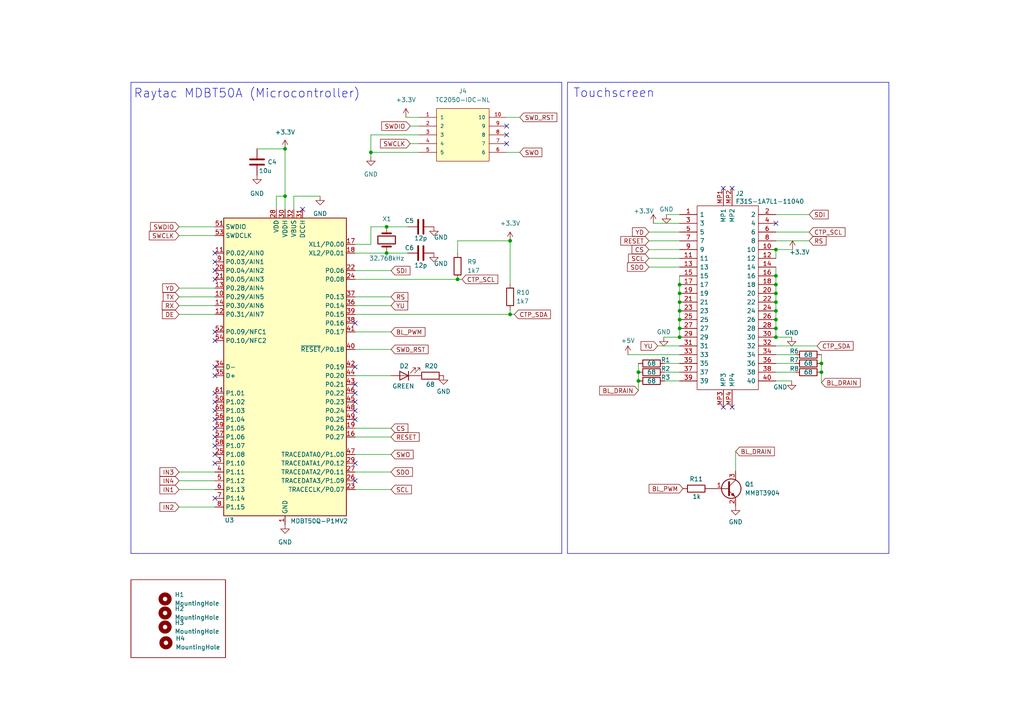
<source format=kicad_sch>
(kicad_sch (version 20230121) (generator eeschema)

  (uuid 8b728b83-84c7-4183-8a3f-25111aa2bd4d)

  (paper "A4")

  (lib_symbols
    (symbol "Device:C" (pin_numbers hide) (pin_names (offset 0.254)) (in_bom yes) (on_board yes)
      (property "Reference" "C" (at 0.635 2.54 0)
        (effects (font (size 1.27 1.27)) (justify left))
      )
      (property "Value" "C" (at 0.635 -2.54 0)
        (effects (font (size 1.27 1.27)) (justify left))
      )
      (property "Footprint" "" (at 0.9652 -3.81 0)
        (effects (font (size 1.27 1.27)) hide)
      )
      (property "Datasheet" "~" (at 0 0 0)
        (effects (font (size 1.27 1.27)) hide)
      )
      (property "ki_keywords" "cap capacitor" (at 0 0 0)
        (effects (font (size 1.27 1.27)) hide)
      )
      (property "ki_description" "Unpolarized capacitor" (at 0 0 0)
        (effects (font (size 1.27 1.27)) hide)
      )
      (property "ki_fp_filters" "C_*" (at 0 0 0)
        (effects (font (size 1.27 1.27)) hide)
      )
      (symbol "C_0_1"
        (polyline
          (pts
            (xy -2.032 -0.762)
            (xy 2.032 -0.762)
          )
          (stroke (width 0.508) (type default))
          (fill (type none))
        )
        (polyline
          (pts
            (xy -2.032 0.762)
            (xy 2.032 0.762)
          )
          (stroke (width 0.508) (type default))
          (fill (type none))
        )
      )
      (symbol "C_1_1"
        (pin passive line (at 0 3.81 270) (length 2.794)
          (name "~" (effects (font (size 1.27 1.27))))
          (number "1" (effects (font (size 1.27 1.27))))
        )
        (pin passive line (at 0 -3.81 90) (length 2.794)
          (name "~" (effects (font (size 1.27 1.27))))
          (number "2" (effects (font (size 1.27 1.27))))
        )
      )
    )
    (symbol "Device:Crystal" (pin_numbers hide) (pin_names (offset 1.016) hide) (in_bom yes) (on_board yes)
      (property "Reference" "Y" (at 0 3.81 0)
        (effects (font (size 1.27 1.27)))
      )
      (property "Value" "Crystal" (at 0 -3.81 0)
        (effects (font (size 1.27 1.27)))
      )
      (property "Footprint" "" (at 0 0 0)
        (effects (font (size 1.27 1.27)) hide)
      )
      (property "Datasheet" "~" (at 0 0 0)
        (effects (font (size 1.27 1.27)) hide)
      )
      (property "ki_keywords" "quartz ceramic resonator oscillator" (at 0 0 0)
        (effects (font (size 1.27 1.27)) hide)
      )
      (property "ki_description" "Two pin crystal" (at 0 0 0)
        (effects (font (size 1.27 1.27)) hide)
      )
      (property "ki_fp_filters" "Crystal*" (at 0 0 0)
        (effects (font (size 1.27 1.27)) hide)
      )
      (symbol "Crystal_0_1"
        (rectangle (start -1.143 2.54) (end 1.143 -2.54)
          (stroke (width 0.3048) (type default))
          (fill (type none))
        )
        (polyline
          (pts
            (xy -2.54 0)
            (xy -1.905 0)
          )
          (stroke (width 0) (type default))
          (fill (type none))
        )
        (polyline
          (pts
            (xy -1.905 -1.27)
            (xy -1.905 1.27)
          )
          (stroke (width 0.508) (type default))
          (fill (type none))
        )
        (polyline
          (pts
            (xy 1.905 -1.27)
            (xy 1.905 1.27)
          )
          (stroke (width 0.508) (type default))
          (fill (type none))
        )
        (polyline
          (pts
            (xy 2.54 0)
            (xy 1.905 0)
          )
          (stroke (width 0) (type default))
          (fill (type none))
        )
      )
      (symbol "Crystal_1_1"
        (pin passive line (at -3.81 0 0) (length 1.27)
          (name "1" (effects (font (size 1.27 1.27))))
          (number "1" (effects (font (size 1.27 1.27))))
        )
        (pin passive line (at 3.81 0 180) (length 1.27)
          (name "2" (effects (font (size 1.27 1.27))))
          (number "2" (effects (font (size 1.27 1.27))))
        )
      )
    )
    (symbol "Device:LED" (pin_numbers hide) (pin_names (offset 1.016) hide) (in_bom yes) (on_board yes)
      (property "Reference" "D" (at 0 2.54 0)
        (effects (font (size 1.27 1.27)))
      )
      (property "Value" "LED" (at 0 -2.54 0)
        (effects (font (size 1.27 1.27)))
      )
      (property "Footprint" "" (at 0 0 0)
        (effects (font (size 1.27 1.27)) hide)
      )
      (property "Datasheet" "~" (at 0 0 0)
        (effects (font (size 1.27 1.27)) hide)
      )
      (property "ki_keywords" "LED diode" (at 0 0 0)
        (effects (font (size 1.27 1.27)) hide)
      )
      (property "ki_description" "Light emitting diode" (at 0 0 0)
        (effects (font (size 1.27 1.27)) hide)
      )
      (property "ki_fp_filters" "LED* LED_SMD:* LED_THT:*" (at 0 0 0)
        (effects (font (size 1.27 1.27)) hide)
      )
      (symbol "LED_0_1"
        (polyline
          (pts
            (xy -1.27 -1.27)
            (xy -1.27 1.27)
          )
          (stroke (width 0.254) (type default))
          (fill (type none))
        )
        (polyline
          (pts
            (xy -1.27 0)
            (xy 1.27 0)
          )
          (stroke (width 0) (type default))
          (fill (type none))
        )
        (polyline
          (pts
            (xy 1.27 -1.27)
            (xy 1.27 1.27)
            (xy -1.27 0)
            (xy 1.27 -1.27)
          )
          (stroke (width 0.254) (type default))
          (fill (type none))
        )
        (polyline
          (pts
            (xy -3.048 -0.762)
            (xy -4.572 -2.286)
            (xy -3.81 -2.286)
            (xy -4.572 -2.286)
            (xy -4.572 -1.524)
          )
          (stroke (width 0) (type default))
          (fill (type none))
        )
        (polyline
          (pts
            (xy -1.778 -0.762)
            (xy -3.302 -2.286)
            (xy -2.54 -2.286)
            (xy -3.302 -2.286)
            (xy -3.302 -1.524)
          )
          (stroke (width 0) (type default))
          (fill (type none))
        )
      )
      (symbol "LED_1_1"
        (pin passive line (at -3.81 0 0) (length 2.54)
          (name "K" (effects (font (size 1.27 1.27))))
          (number "1" (effects (font (size 1.27 1.27))))
        )
        (pin passive line (at 3.81 0 180) (length 2.54)
          (name "A" (effects (font (size 1.27 1.27))))
          (number "2" (effects (font (size 1.27 1.27))))
        )
      )
    )
    (symbol "Device:R" (pin_numbers hide) (pin_names (offset 0)) (in_bom yes) (on_board yes)
      (property "Reference" "R" (at 2.032 0 90)
        (effects (font (size 1.27 1.27)))
      )
      (property "Value" "R" (at 0 0 90)
        (effects (font (size 1.27 1.27)))
      )
      (property "Footprint" "" (at -1.778 0 90)
        (effects (font (size 1.27 1.27)) hide)
      )
      (property "Datasheet" "~" (at 0 0 0)
        (effects (font (size 1.27 1.27)) hide)
      )
      (property "ki_keywords" "R res resistor" (at 0 0 0)
        (effects (font (size 1.27 1.27)) hide)
      )
      (property "ki_description" "Resistor" (at 0 0 0)
        (effects (font (size 1.27 1.27)) hide)
      )
      (property "ki_fp_filters" "R_*" (at 0 0 0)
        (effects (font (size 1.27 1.27)) hide)
      )
      (symbol "R_0_1"
        (rectangle (start -1.016 -2.54) (end 1.016 2.54)
          (stroke (width 0.254) (type default))
          (fill (type none))
        )
      )
      (symbol "R_1_1"
        (pin passive line (at 0 3.81 270) (length 1.27)
          (name "~" (effects (font (size 1.27 1.27))))
          (number "1" (effects (font (size 1.27 1.27))))
        )
        (pin passive line (at 0 -3.81 90) (length 1.27)
          (name "~" (effects (font (size 1.27 1.27))))
          (number "2" (effects (font (size 1.27 1.27))))
        )
      )
    )
    (symbol "F31S-1A7L1-11040:F31S-1A7L1-11040" (pin_names (offset 0.762)) (in_bom yes) (on_board yes)
      (property "Reference" "J" (at 59.69 12.7 0)
        (effects (font (size 1.27 1.27)) (justify left))
      )
      (property "Value" "F31S-1A7L1-11040" (at 59.69 10.16 0)
        (effects (font (size 1.27 1.27)) (justify left))
      )
      (property "Footprint" "F31S1A7L111040" (at 59.69 7.62 0)
        (effects (font (size 1.27 1.27)) (justify left) hide)
      )
      (property "Datasheet" "https://componentsearchengine.com/Datasheets/2/F31S-1A7L1-11040.pdf" (at 59.69 5.08 0)
        (effects (font (size 1.27 1.27)) (justify left) hide)
      )
      (property "Description" "FFC & FPC Connectors F31S-1A7L1-11040-Flip type" (at 59.69 2.54 0)
        (effects (font (size 1.27 1.27)) (justify left) hide)
      )
      (property "Height" "6.05" (at 59.69 0 0)
        (effects (font (size 1.27 1.27)) (justify left) hide)
      )
      (property "Mouser Part Number" "" (at 59.69 -2.54 0)
        (effects (font (size 1.27 1.27)) (justify left) hide)
      )
      (property "Mouser Price/Stock" "" (at 59.69 -5.08 0)
        (effects (font (size 1.27 1.27)) (justify left) hide)
      )
      (property "Manufacturer_Name" "AMPHENOL COMMUNICATION SOLUTIONS" (at 59.69 -7.62 0)
        (effects (font (size 1.27 1.27)) (justify left) hide)
      )
      (property "Manufacturer_Part_Number" "F31S-1A7L1-11040" (at 59.69 -10.16 0)
        (effects (font (size 1.27 1.27)) (justify left) hide)
      )
      (property "ki_description" "FFC & FPC Connectors F31S-1A7L1-11040-Flip type" (at 0 0 0)
        (effects (font (size 1.27 1.27)) hide)
      )
      (symbol "F31S-1A7L1-11040_0_0"
        (pin passive line (at 7.62 -15.24 90) (length 5.08)
          (name "1" (effects (font (size 1.27 1.27))))
          (number "1" (effects (font (size 1.27 1.27))))
        )
        (pin passive line (at 17.78 12.7 270) (length 5.08)
          (name "10" (effects (font (size 1.27 1.27))))
          (number "10" (effects (font (size 1.27 1.27))))
        )
        (pin passive line (at 20.32 -15.24 90) (length 5.08)
          (name "11" (effects (font (size 1.27 1.27))))
          (number "11" (effects (font (size 1.27 1.27))))
        )
        (pin passive line (at 20.32 12.7 270) (length 5.08)
          (name "12" (effects (font (size 1.27 1.27))))
          (number "12" (effects (font (size 1.27 1.27))))
        )
        (pin passive line (at 22.86 -15.24 90) (length 5.08)
          (name "13" (effects (font (size 1.27 1.27))))
          (number "13" (effects (font (size 1.27 1.27))))
        )
        (pin passive line (at 22.86 12.7 270) (length 5.08)
          (name "14" (effects (font (size 1.27 1.27))))
          (number "14" (effects (font (size 1.27 1.27))))
        )
        (pin passive line (at 25.4 -15.24 90) (length 5.08)
          (name "15" (effects (font (size 1.27 1.27))))
          (number "15" (effects (font (size 1.27 1.27))))
        )
        (pin passive line (at 25.4 12.7 270) (length 5.08)
          (name "16" (effects (font (size 1.27 1.27))))
          (number "16" (effects (font (size 1.27 1.27))))
        )
        (pin passive line (at 27.94 -15.24 90) (length 5.08)
          (name "17" (effects (font (size 1.27 1.27))))
          (number "17" (effects (font (size 1.27 1.27))))
        )
        (pin passive line (at 27.94 12.7 270) (length 5.08)
          (name "18" (effects (font (size 1.27 1.27))))
          (number "18" (effects (font (size 1.27 1.27))))
        )
        (pin passive line (at 30.48 -15.24 90) (length 5.08)
          (name "19" (effects (font (size 1.27 1.27))))
          (number "19" (effects (font (size 1.27 1.27))))
        )
        (pin passive line (at 7.62 12.7 270) (length 5.08)
          (name "2" (effects (font (size 1.27 1.27))))
          (number "2" (effects (font (size 1.27 1.27))))
        )
        (pin passive line (at 30.48 12.7 270) (length 5.08)
          (name "20" (effects (font (size 1.27 1.27))))
          (number "20" (effects (font (size 1.27 1.27))))
        )
        (pin passive line (at 33.02 -15.24 90) (length 5.08)
          (name "21" (effects (font (size 1.27 1.27))))
          (number "21" (effects (font (size 1.27 1.27))))
        )
        (pin passive line (at 33.02 12.7 270) (length 5.08)
          (name "22" (effects (font (size 1.27 1.27))))
          (number "22" (effects (font (size 1.27 1.27))))
        )
        (pin passive line (at 35.56 -15.24 90) (length 5.08)
          (name "23" (effects (font (size 1.27 1.27))))
          (number "23" (effects (font (size 1.27 1.27))))
        )
        (pin passive line (at 35.56 12.7 270) (length 5.08)
          (name "24" (effects (font (size 1.27 1.27))))
          (number "24" (effects (font (size 1.27 1.27))))
        )
        (pin passive line (at 38.1 -15.24 90) (length 5.08)
          (name "25" (effects (font (size 1.27 1.27))))
          (number "25" (effects (font (size 1.27 1.27))))
        )
        (pin passive line (at 38.1 12.7 270) (length 5.08)
          (name "26" (effects (font (size 1.27 1.27))))
          (number "26" (effects (font (size 1.27 1.27))))
        )
        (pin passive line (at 40.64 -15.24 90) (length 5.08)
          (name "27" (effects (font (size 1.27 1.27))))
          (number "27" (effects (font (size 1.27 1.27))))
        )
        (pin passive line (at 40.64 12.7 270) (length 5.08)
          (name "28" (effects (font (size 1.27 1.27))))
          (number "28" (effects (font (size 1.27 1.27))))
        )
        (pin passive line (at 43.18 -15.24 90) (length 5.08)
          (name "29" (effects (font (size 1.27 1.27))))
          (number "29" (effects (font (size 1.27 1.27))))
        )
        (pin passive line (at 10.16 -15.24 90) (length 5.08)
          (name "3" (effects (font (size 1.27 1.27))))
          (number "3" (effects (font (size 1.27 1.27))))
        )
        (pin passive line (at 43.18 12.7 270) (length 5.08)
          (name "30" (effects (font (size 1.27 1.27))))
          (number "30" (effects (font (size 1.27 1.27))))
        )
        (pin passive line (at 45.72 -15.24 90) (length 5.08)
          (name "31" (effects (font (size 1.27 1.27))))
          (number "31" (effects (font (size 1.27 1.27))))
        )
        (pin passive line (at 45.72 12.7 270) (length 5.08)
          (name "32" (effects (font (size 1.27 1.27))))
          (number "32" (effects (font (size 1.27 1.27))))
        )
        (pin passive line (at 48.26 -15.24 90) (length 5.08)
          (name "33" (effects (font (size 1.27 1.27))))
          (number "33" (effects (font (size 1.27 1.27))))
        )
        (pin passive line (at 48.26 12.7 270) (length 5.08)
          (name "34" (effects (font (size 1.27 1.27))))
          (number "34" (effects (font (size 1.27 1.27))))
        )
        (pin passive line (at 50.8 -15.24 90) (length 5.08)
          (name "35" (effects (font (size 1.27 1.27))))
          (number "35" (effects (font (size 1.27 1.27))))
        )
        (pin passive line (at 50.8 12.7 270) (length 5.08)
          (name "36" (effects (font (size 1.27 1.27))))
          (number "36" (effects (font (size 1.27 1.27))))
        )
        (pin passive line (at 53.34 -15.24 90) (length 5.08)
          (name "37" (effects (font (size 1.27 1.27))))
          (number "37" (effects (font (size 1.27 1.27))))
        )
        (pin passive line (at 53.34 12.7 270) (length 5.08)
          (name "38" (effects (font (size 1.27 1.27))))
          (number "38" (effects (font (size 1.27 1.27))))
        )
        (pin passive line (at 55.88 -15.24 90) (length 5.08)
          (name "39" (effects (font (size 1.27 1.27))))
          (number "39" (effects (font (size 1.27 1.27))))
        )
        (pin passive line (at 10.16 12.7 270) (length 5.08)
          (name "4" (effects (font (size 1.27 1.27))))
          (number "4" (effects (font (size 1.27 1.27))))
        )
        (pin passive line (at 55.88 12.7 270) (length 5.08)
          (name "40" (effects (font (size 1.27 1.27))))
          (number "40" (effects (font (size 1.27 1.27))))
        )
        (pin passive line (at 12.7 -15.24 90) (length 5.08)
          (name "5" (effects (font (size 1.27 1.27))))
          (number "5" (effects (font (size 1.27 1.27))))
        )
        (pin passive line (at 12.7 12.7 270) (length 5.08)
          (name "6" (effects (font (size 1.27 1.27))))
          (number "6" (effects (font (size 1.27 1.27))))
        )
        (pin passive line (at 15.24 -15.24 90) (length 5.08)
          (name "7" (effects (font (size 1.27 1.27))))
          (number "7" (effects (font (size 1.27 1.27))))
        )
        (pin passive line (at 15.24 12.7 270) (length 5.08)
          (name "8" (effects (font (size 1.27 1.27))))
          (number "8" (effects (font (size 1.27 1.27))))
        )
        (pin passive line (at 17.78 -15.24 90) (length 5.08)
          (name "9" (effects (font (size 1.27 1.27))))
          (number "9" (effects (font (size 1.27 1.27))))
        )
        (pin passive line (at 0 -2.54 0) (length 5.08)
          (name "MP1" (effects (font (size 1.27 1.27))))
          (number "MP1" (effects (font (size 1.27 1.27))))
        )
        (pin passive line (at 0 0 0) (length 5.08)
          (name "MP2" (effects (font (size 1.27 1.27))))
          (number "MP2" (effects (font (size 1.27 1.27))))
        )
        (pin passive line (at 63.5 -2.54 180) (length 5.08)
          (name "MP3" (effects (font (size 1.27 1.27))))
          (number "MP3" (effects (font (size 1.27 1.27))))
        )
        (pin passive line (at 63.5 0 180) (length 5.08)
          (name "MP4" (effects (font (size 1.27 1.27))))
          (number "MP4" (effects (font (size 1.27 1.27))))
        )
      )
      (symbol "F31S-1A7L1-11040_0_1"
        (polyline
          (pts
            (xy 5.08 7.62)
            (xy 58.42 7.62)
            (xy 58.42 -10.16)
            (xy 5.08 -10.16)
            (xy 5.08 7.62)
          )
          (stroke (width 0.1524) (type default))
          (fill (type none))
        )
      )
    )
    (symbol "Mechanical:MountingHole" (pin_names (offset 1.016)) (in_bom yes) (on_board yes)
      (property "Reference" "H" (at 0 5.08 0)
        (effects (font (size 1.27 1.27)))
      )
      (property "Value" "MountingHole" (at 0 3.175 0)
        (effects (font (size 1.27 1.27)))
      )
      (property "Footprint" "" (at 0 0 0)
        (effects (font (size 1.27 1.27)) hide)
      )
      (property "Datasheet" "~" (at 0 0 0)
        (effects (font (size 1.27 1.27)) hide)
      )
      (property "ki_keywords" "mounting hole" (at 0 0 0)
        (effects (font (size 1.27 1.27)) hide)
      )
      (property "ki_description" "Mounting Hole without connection" (at 0 0 0)
        (effects (font (size 1.27 1.27)) hide)
      )
      (property "ki_fp_filters" "MountingHole*" (at 0 0 0)
        (effects (font (size 1.27 1.27)) hide)
      )
      (symbol "MountingHole_0_1"
        (circle (center 0 0) (radius 1.27)
          (stroke (width 1.27) (type default))
          (fill (type none))
        )
      )
    )
    (symbol "RF_Module:MDBT50Q-P1MV2" (in_bom yes) (on_board yes)
      (property "Reference" "U" (at 0 0 0)
        (effects (font (size 1.27 1.27)))
      )
      (property "Value" "MDBT50Q-P1MV2" (at 0 -2.54 0)
        (effects (font (size 1.27 1.27)))
      )
      (property "Footprint" "RF_Module:Raytac_MDBT50Q" (at 0 -5.08 0)
        (effects (font (size 1.27 1.27)) hide)
      )
      (property "Datasheet" "https://www.raytac.com/download/index.php?index_id=43" (at 0 -5.08 0)
        (effects (font (size 1.27 1.27)) hide)
      )
      (property "ki_keywords" "BLE ANT ZigBee Thread 802.15.4 nRF52840 nordic MDBT50Q" (at 0 0 0)
        (effects (font (size 1.27 1.27)) hide)
      )
      (property "ki_description" "Multiprotocol BLE/ANT/2.4 GHz/802.15.4 Cortex-M4F SoC, nRF52840 module" (at 0 0 0)
        (effects (font (size 1.27 1.27)) hide)
      )
      (property "ki_fp_filters" "Raytac?MDBT50Q*" (at 0 0 0)
        (effects (font (size 1.27 1.27)) hide)
      )
      (symbol "MDBT50Q-P1MV2_0_1"
        (rectangle (start -17.78 43.18) (end 17.78 -43.18)
          (stroke (width 0.254) (type default))
          (fill (type background))
        )
      )
      (symbol "MDBT50Q-P1MV2_1_1"
        (pin power_in line (at 0 -45.72 90) (length 2.54)
          (name "GND" (effects (font (size 1.27 1.27))))
          (number "1" (effects (font (size 1.27 1.27))))
        )
        (pin bidirectional line (at -20.32 20.32 0) (length 2.54)
          (name "P0.29/AIN5" (effects (font (size 1.27 1.27))))
          (number "10" (effects (font (size 1.27 1.27))))
        )
        (pin bidirectional line (at -20.32 33.02 0) (length 2.54)
          (name "P0.02/AIN0" (effects (font (size 1.27 1.27))))
          (number "11" (effects (font (size 1.27 1.27))))
        )
        (pin bidirectional line (at -20.32 15.24 0) (length 2.54)
          (name "P0.31/AIN7" (effects (font (size 1.27 1.27))))
          (number "12" (effects (font (size 1.27 1.27))))
        )
        (pin bidirectional line (at -20.32 22.86 0) (length 2.54)
          (name "P0.28/AIN4" (effects (font (size 1.27 1.27))))
          (number "13" (effects (font (size 1.27 1.27))))
        )
        (pin bidirectional line (at -20.32 17.78 0) (length 2.54)
          (name "P0.30/AIN6" (effects (font (size 1.27 1.27))))
          (number "14" (effects (font (size 1.27 1.27))))
        )
        (pin passive line (at 0 -45.72 90) (length 2.54) hide
          (name "GND" (effects (font (size 1.27 1.27))))
          (number "15" (effects (font (size 1.27 1.27))))
        )
        (pin bidirectional line (at 20.32 -20.32 180) (length 2.54)
          (name "P0.27" (effects (font (size 1.27 1.27))))
          (number "16" (effects (font (size 1.27 1.27))))
        )
        (pin bidirectional line (at 20.32 35.56 180) (length 2.54)
          (name "XL1/P0.00" (effects (font (size 1.27 1.27))))
          (number "17" (effects (font (size 1.27 1.27))))
        )
        (pin bidirectional line (at 20.32 33.02 180) (length 2.54)
          (name "XL2/P0.01" (effects (font (size 1.27 1.27))))
          (number "18" (effects (font (size 1.27 1.27))))
        )
        (pin bidirectional line (at 20.32 -17.78 180) (length 2.54)
          (name "P0.26" (effects (font (size 1.27 1.27))))
          (number "19" (effects (font (size 1.27 1.27))))
        )
        (pin passive line (at 0 -45.72 90) (length 2.54) hide
          (name "GND" (effects (font (size 1.27 1.27))))
          (number "2" (effects (font (size 1.27 1.27))))
        )
        (pin bidirectional line (at -20.32 27.94 0) (length 2.54)
          (name "P0.04/AIN2" (effects (font (size 1.27 1.27))))
          (number "20" (effects (font (size 1.27 1.27))))
        )
        (pin bidirectional line (at -20.32 25.4 0) (length 2.54)
          (name "P0.05/AIN3" (effects (font (size 1.27 1.27))))
          (number "21" (effects (font (size 1.27 1.27))))
        )
        (pin bidirectional line (at 20.32 27.94 180) (length 2.54)
          (name "P0.06" (effects (font (size 1.27 1.27))))
          (number "22" (effects (font (size 1.27 1.27))))
        )
        (pin bidirectional line (at 20.32 -35.56 180) (length 2.54)
          (name "TRACECLK/P0.07" (effects (font (size 1.27 1.27))))
          (number "23" (effects (font (size 1.27 1.27))))
        )
        (pin bidirectional line (at 20.32 25.4 180) (length 2.54)
          (name "P0.08" (effects (font (size 1.27 1.27))))
          (number "24" (effects (font (size 1.27 1.27))))
        )
        (pin bidirectional line (at -20.32 -25.4 0) (length 2.54)
          (name "P1.08" (effects (font (size 1.27 1.27))))
          (number "25" (effects (font (size 1.27 1.27))))
        )
        (pin bidirectional line (at 20.32 -33.02 180) (length 2.54)
          (name "TRACEDATA3/P1.09" (effects (font (size 1.27 1.27))))
          (number "26" (effects (font (size 1.27 1.27))))
        )
        (pin bidirectional line (at 20.32 -30.48 180) (length 2.54)
          (name "TRACEDATA2/P0.11" (effects (font (size 1.27 1.27))))
          (number "27" (effects (font (size 1.27 1.27))))
        )
        (pin power_in line (at -2.54 45.72 270) (length 2.54)
          (name "VDD" (effects (font (size 1.27 1.27))))
          (number "28" (effects (font (size 1.27 1.27))))
        )
        (pin bidirectional line (at 20.32 -27.94 180) (length 2.54)
          (name "TRACEDATA1/P0.12" (effects (font (size 1.27 1.27))))
          (number "29" (effects (font (size 1.27 1.27))))
        )
        (pin bidirectional line (at -20.32 -27.94 0) (length 2.54)
          (name "P1.10" (effects (font (size 1.27 1.27))))
          (number "3" (effects (font (size 1.27 1.27))))
        )
        (pin power_in line (at 0 45.72 270) (length 2.54)
          (name "VDDH" (effects (font (size 1.27 1.27))))
          (number "30" (effects (font (size 1.27 1.27))))
        )
        (pin power_out line (at 5.08 45.72 270) (length 2.54)
          (name "DCCH" (effects (font (size 1.27 1.27))))
          (number "31" (effects (font (size 1.27 1.27))))
        )
        (pin power_in line (at 2.54 45.72 270) (length 2.54)
          (name "VBUS" (effects (font (size 1.27 1.27))))
          (number "32" (effects (font (size 1.27 1.27))))
        )
        (pin passive line (at 0 -45.72 90) (length 2.54) hide
          (name "GND" (effects (font (size 1.27 1.27))))
          (number "33" (effects (font (size 1.27 1.27))))
        )
        (pin bidirectional line (at -20.32 0 0) (length 2.54)
          (name "D-" (effects (font (size 1.27 1.27))))
          (number "34" (effects (font (size 1.27 1.27))))
        )
        (pin bidirectional line (at -20.32 -2.54 0) (length 2.54)
          (name "D+" (effects (font (size 1.27 1.27))))
          (number "35" (effects (font (size 1.27 1.27))))
        )
        (pin bidirectional line (at 20.32 17.78 180) (length 2.54)
          (name "P0.14" (effects (font (size 1.27 1.27))))
          (number "36" (effects (font (size 1.27 1.27))))
        )
        (pin bidirectional line (at 20.32 20.32 180) (length 2.54)
          (name "P0.13" (effects (font (size 1.27 1.27))))
          (number "37" (effects (font (size 1.27 1.27))))
        )
        (pin bidirectional line (at 20.32 12.7 180) (length 2.54)
          (name "P0.16" (effects (font (size 1.27 1.27))))
          (number "38" (effects (font (size 1.27 1.27))))
        )
        (pin bidirectional line (at 20.32 15.24 180) (length 2.54)
          (name "P0.15" (effects (font (size 1.27 1.27))))
          (number "39" (effects (font (size 1.27 1.27))))
        )
        (pin bidirectional line (at -20.32 -30.48 0) (length 2.54)
          (name "P1.11" (effects (font (size 1.27 1.27))))
          (number "4" (effects (font (size 1.27 1.27))))
        )
        (pin bidirectional line (at 20.32 5.08 180) (length 2.54)
          (name "~{RESET}/P0.18" (effects (font (size 1.27 1.27))))
          (number "40" (effects (font (size 1.27 1.27))))
        )
        (pin bidirectional line (at 20.32 10.16 180) (length 2.54)
          (name "P0.17" (effects (font (size 1.27 1.27))))
          (number "41" (effects (font (size 1.27 1.27))))
        )
        (pin bidirectional line (at 20.32 0 180) (length 2.54)
          (name "P0.19" (effects (font (size 1.27 1.27))))
          (number "42" (effects (font (size 1.27 1.27))))
        )
        (pin bidirectional line (at 20.32 -5.08 180) (length 2.54)
          (name "P0.21" (effects (font (size 1.27 1.27))))
          (number "43" (effects (font (size 1.27 1.27))))
        )
        (pin bidirectional line (at 20.32 -2.54 180) (length 2.54)
          (name "P0.20" (effects (font (size 1.27 1.27))))
          (number "44" (effects (font (size 1.27 1.27))))
        )
        (pin bidirectional line (at 20.32 -10.16 180) (length 2.54)
          (name "P0.23" (effects (font (size 1.27 1.27))))
          (number "45" (effects (font (size 1.27 1.27))))
        )
        (pin bidirectional line (at 20.32 -7.62 180) (length 2.54)
          (name "P0.22" (effects (font (size 1.27 1.27))))
          (number "46" (effects (font (size 1.27 1.27))))
        )
        (pin bidirectional line (at 20.32 -25.4 180) (length 2.54)
          (name "TRACEDATA0/P1.00" (effects (font (size 1.27 1.27))))
          (number "47" (effects (font (size 1.27 1.27))))
        )
        (pin bidirectional line (at 20.32 -12.7 180) (length 2.54)
          (name "P0.24" (effects (font (size 1.27 1.27))))
          (number "48" (effects (font (size 1.27 1.27))))
        )
        (pin bidirectional line (at 20.32 -15.24 180) (length 2.54)
          (name "P0.25" (effects (font (size 1.27 1.27))))
          (number "49" (effects (font (size 1.27 1.27))))
        )
        (pin bidirectional line (at -20.32 -33.02 0) (length 2.54)
          (name "P1.12" (effects (font (size 1.27 1.27))))
          (number "5" (effects (font (size 1.27 1.27))))
        )
        (pin bidirectional line (at -20.32 -10.16 0) (length 2.54)
          (name "P1.02" (effects (font (size 1.27 1.27))))
          (number "50" (effects (font (size 1.27 1.27))))
        )
        (pin bidirectional line (at -20.32 40.64 0) (length 2.54)
          (name "SWDIO" (effects (font (size 1.27 1.27))))
          (number "51" (effects (font (size 1.27 1.27))))
        )
        (pin bidirectional line (at -20.32 10.16 0) (length 2.54)
          (name "P0.09/NFC1" (effects (font (size 1.27 1.27))))
          (number "52" (effects (font (size 1.27 1.27))))
        )
        (pin input line (at -20.32 38.1 0) (length 2.54)
          (name "SWDCLK" (effects (font (size 1.27 1.27))))
          (number "53" (effects (font (size 1.27 1.27))))
        )
        (pin bidirectional line (at -20.32 7.62 0) (length 2.54)
          (name "P0.10/NFC2" (effects (font (size 1.27 1.27))))
          (number "54" (effects (font (size 1.27 1.27))))
        )
        (pin passive line (at 0 -45.72 90) (length 2.54) hide
          (name "GND" (effects (font (size 1.27 1.27))))
          (number "55" (effects (font (size 1.27 1.27))))
        )
        (pin bidirectional line (at -20.32 -15.24 0) (length 2.54)
          (name "P1.04" (effects (font (size 1.27 1.27))))
          (number "56" (effects (font (size 1.27 1.27))))
        )
        (pin bidirectional line (at -20.32 -20.32 0) (length 2.54)
          (name "P1.06" (effects (font (size 1.27 1.27))))
          (number "57" (effects (font (size 1.27 1.27))))
        )
        (pin bidirectional line (at -20.32 -22.86 0) (length 2.54)
          (name "P1.07" (effects (font (size 1.27 1.27))))
          (number "58" (effects (font (size 1.27 1.27))))
        )
        (pin bidirectional line (at -20.32 -17.78 0) (length 2.54)
          (name "P1.05" (effects (font (size 1.27 1.27))))
          (number "59" (effects (font (size 1.27 1.27))))
        )
        (pin bidirectional line (at -20.32 -35.56 0) (length 2.54)
          (name "P1.13" (effects (font (size 1.27 1.27))))
          (number "6" (effects (font (size 1.27 1.27))))
        )
        (pin bidirectional line (at -20.32 -12.7 0) (length 2.54)
          (name "P1.03" (effects (font (size 1.27 1.27))))
          (number "60" (effects (font (size 1.27 1.27))))
        )
        (pin bidirectional line (at -20.32 -7.62 0) (length 2.54)
          (name "P1.01" (effects (font (size 1.27 1.27))))
          (number "61" (effects (font (size 1.27 1.27))))
        )
        (pin bidirectional line (at -20.32 -38.1 0) (length 2.54)
          (name "P1.14" (effects (font (size 1.27 1.27))))
          (number "7" (effects (font (size 1.27 1.27))))
        )
        (pin bidirectional line (at -20.32 -40.64 0) (length 2.54)
          (name "P1.15" (effects (font (size 1.27 1.27))))
          (number "8" (effects (font (size 1.27 1.27))))
        )
        (pin bidirectional line (at -20.32 30.48 0) (length 2.54)
          (name "P0.03/AIN1" (effects (font (size 1.27 1.27))))
          (number "9" (effects (font (size 1.27 1.27))))
        )
      )
    )
    (symbol "TC2050-IDC-NL:TC2050-IDC-NL" (pin_names (offset 1.016)) (in_bom yes) (on_board yes)
      (property "Reference" "J" (at -7.62 7.62 0)
        (effects (font (size 1.27 1.27)) (justify left bottom))
      )
      (property "Value" "TC2050-IDC-NL" (at -7.62 -10.16 0)
        (effects (font (size 1.27 1.27)) (justify left bottom))
      )
      (property "Footprint" "TC2050-IDC-NL:TAG-CONNECT_TC2050-IDC-NL" (at 0 0 0)
        (effects (font (size 1.27 1.27)) (justify bottom) hide)
      )
      (property "Datasheet" "" (at 0 0 0)
        (effects (font (size 1.27 1.27)) hide)
      )
      (property "PARTREV" "A" (at 0 0 0)
        (effects (font (size 1.27 1.27)) (justify bottom) hide)
      )
      (property "MANUFACTURER" "Tag-Connect" (at 0 0 0)
        (effects (font (size 1.27 1.27)) (justify bottom) hide)
      )
      (property "MAXIMUM_PACKAGE_HEIGHT" "" (at 0 0 0)
        (effects (font (size 1.27 1.27)) (justify bottom) hide)
      )
      (property "STANDARD" "Manufacturer recommendations" (at 0 0 0)
        (effects (font (size 1.27 1.27)) (justify bottom) hide)
      )
      (symbol "TC2050-IDC-NL_0_0"
        (rectangle (start -7.62 -7.62) (end 7.62 7.62)
          (stroke (width 0.1524) (type default))
          (fill (type background))
        )
        (pin passive line (at -12.7 5.08 0) (length 5.08)
          (name "1" (effects (font (size 1.016 1.016))))
          (number "1" (effects (font (size 1.016 1.016))))
        )
        (pin passive line (at 12.7 5.08 180) (length 5.08)
          (name "10" (effects (font (size 1.016 1.016))))
          (number "10" (effects (font (size 1.016 1.016))))
        )
        (pin passive line (at -12.7 2.54 0) (length 5.08)
          (name "2" (effects (font (size 1.016 1.016))))
          (number "2" (effects (font (size 1.016 1.016))))
        )
        (pin passive line (at -12.7 0 0) (length 5.08)
          (name "3" (effects (font (size 1.016 1.016))))
          (number "3" (effects (font (size 1.016 1.016))))
        )
        (pin passive line (at -12.7 -2.54 0) (length 5.08)
          (name "4" (effects (font (size 1.016 1.016))))
          (number "4" (effects (font (size 1.016 1.016))))
        )
        (pin passive line (at -12.7 -5.08 0) (length 5.08)
          (name "5" (effects (font (size 1.016 1.016))))
          (number "5" (effects (font (size 1.016 1.016))))
        )
        (pin passive line (at 12.7 -5.08 180) (length 5.08)
          (name "6" (effects (font (size 1.016 1.016))))
          (number "6" (effects (font (size 1.016 1.016))))
        )
        (pin passive line (at 12.7 -2.54 180) (length 5.08)
          (name "7" (effects (font (size 1.016 1.016))))
          (number "7" (effects (font (size 1.016 1.016))))
        )
        (pin passive line (at 12.7 0 180) (length 5.08)
          (name "8" (effects (font (size 1.016 1.016))))
          (number "8" (effects (font (size 1.016 1.016))))
        )
        (pin passive line (at 12.7 2.54 180) (length 5.08)
          (name "9" (effects (font (size 1.016 1.016))))
          (number "9" (effects (font (size 1.016 1.016))))
        )
      )
    )
    (symbol "Transistor_BJT:MMBT3904" (pin_names (offset 0) hide) (in_bom yes) (on_board yes)
      (property "Reference" "Q" (at 5.08 1.905 0)
        (effects (font (size 1.27 1.27)) (justify left))
      )
      (property "Value" "MMBT3904" (at 5.08 0 0)
        (effects (font (size 1.27 1.27)) (justify left))
      )
      (property "Footprint" "Package_TO_SOT_SMD:SOT-23" (at 5.08 -1.905 0)
        (effects (font (size 1.27 1.27) italic) (justify left) hide)
      )
      (property "Datasheet" "https://www.onsemi.com/pub/Collateral/2N3903-D.PDF" (at 0 0 0)
        (effects (font (size 1.27 1.27)) (justify left) hide)
      )
      (property "ki_keywords" "NPN Transistor" (at 0 0 0)
        (effects (font (size 1.27 1.27)) hide)
      )
      (property "ki_description" "0.2A Ic, 40V Vce, Small Signal NPN Transistor, SOT-23" (at 0 0 0)
        (effects (font (size 1.27 1.27)) hide)
      )
      (property "ki_fp_filters" "SOT?23*" (at 0 0 0)
        (effects (font (size 1.27 1.27)) hide)
      )
      (symbol "MMBT3904_0_1"
        (polyline
          (pts
            (xy 0.635 0.635)
            (xy 2.54 2.54)
          )
          (stroke (width 0) (type default))
          (fill (type none))
        )
        (polyline
          (pts
            (xy 0.635 -0.635)
            (xy 2.54 -2.54)
            (xy 2.54 -2.54)
          )
          (stroke (width 0) (type default))
          (fill (type none))
        )
        (polyline
          (pts
            (xy 0.635 1.905)
            (xy 0.635 -1.905)
            (xy 0.635 -1.905)
          )
          (stroke (width 0.508) (type default))
          (fill (type none))
        )
        (polyline
          (pts
            (xy 1.27 -1.778)
            (xy 1.778 -1.27)
            (xy 2.286 -2.286)
            (xy 1.27 -1.778)
            (xy 1.27 -1.778)
          )
          (stroke (width 0) (type default))
          (fill (type outline))
        )
        (circle (center 1.27 0) (radius 2.8194)
          (stroke (width 0.254) (type default))
          (fill (type none))
        )
      )
      (symbol "MMBT3904_1_1"
        (pin input line (at -5.08 0 0) (length 5.715)
          (name "B" (effects (font (size 1.27 1.27))))
          (number "1" (effects (font (size 1.27 1.27))))
        )
        (pin passive line (at 2.54 -5.08 90) (length 2.54)
          (name "E" (effects (font (size 1.27 1.27))))
          (number "2" (effects (font (size 1.27 1.27))))
        )
        (pin passive line (at 2.54 5.08 270) (length 2.54)
          (name "C" (effects (font (size 1.27 1.27))))
          (number "3" (effects (font (size 1.27 1.27))))
        )
      )
    )
    (symbol "power:+3.3V" (power) (pin_names (offset 0)) (in_bom yes) (on_board yes)
      (property "Reference" "#PWR" (at 0 -3.81 0)
        (effects (font (size 1.27 1.27)) hide)
      )
      (property "Value" "+3.3V" (at 0 3.556 0)
        (effects (font (size 1.27 1.27)))
      )
      (property "Footprint" "" (at 0 0 0)
        (effects (font (size 1.27 1.27)) hide)
      )
      (property "Datasheet" "" (at 0 0 0)
        (effects (font (size 1.27 1.27)) hide)
      )
      (property "ki_keywords" "power-flag" (at 0 0 0)
        (effects (font (size 1.27 1.27)) hide)
      )
      (property "ki_description" "Power symbol creates a global label with name \"+3.3V\"" (at 0 0 0)
        (effects (font (size 1.27 1.27)) hide)
      )
      (symbol "+3.3V_0_1"
        (polyline
          (pts
            (xy -0.762 1.27)
            (xy 0 2.54)
          )
          (stroke (width 0) (type default))
          (fill (type none))
        )
        (polyline
          (pts
            (xy 0 0)
            (xy 0 2.54)
          )
          (stroke (width 0) (type default))
          (fill (type none))
        )
        (polyline
          (pts
            (xy 0 2.54)
            (xy 0.762 1.27)
          )
          (stroke (width 0) (type default))
          (fill (type none))
        )
      )
      (symbol "+3.3V_1_1"
        (pin power_in line (at 0 0 90) (length 0) hide
          (name "+3.3V" (effects (font (size 1.27 1.27))))
          (number "1" (effects (font (size 1.27 1.27))))
        )
      )
    )
    (symbol "power:+5V" (power) (pin_names (offset 0)) (in_bom yes) (on_board yes)
      (property "Reference" "#PWR" (at 0 -3.81 0)
        (effects (font (size 1.27 1.27)) hide)
      )
      (property "Value" "+5V" (at 0 3.556 0)
        (effects (font (size 1.27 1.27)))
      )
      (property "Footprint" "" (at 0 0 0)
        (effects (font (size 1.27 1.27)) hide)
      )
      (property "Datasheet" "" (at 0 0 0)
        (effects (font (size 1.27 1.27)) hide)
      )
      (property "ki_keywords" "global power" (at 0 0 0)
        (effects (font (size 1.27 1.27)) hide)
      )
      (property "ki_description" "Power symbol creates a global label with name \"+5V\"" (at 0 0 0)
        (effects (font (size 1.27 1.27)) hide)
      )
      (symbol "+5V_0_1"
        (polyline
          (pts
            (xy -0.762 1.27)
            (xy 0 2.54)
          )
          (stroke (width 0) (type default))
          (fill (type none))
        )
        (polyline
          (pts
            (xy 0 0)
            (xy 0 2.54)
          )
          (stroke (width 0) (type default))
          (fill (type none))
        )
        (polyline
          (pts
            (xy 0 2.54)
            (xy 0.762 1.27)
          )
          (stroke (width 0) (type default))
          (fill (type none))
        )
      )
      (symbol "+5V_1_1"
        (pin power_in line (at 0 0 90) (length 0) hide
          (name "+5V" (effects (font (size 1.27 1.27))))
          (number "1" (effects (font (size 1.27 1.27))))
        )
      )
    )
    (symbol "power:GND" (power) (pin_names (offset 0)) (in_bom yes) (on_board yes)
      (property "Reference" "#PWR" (at 0 -6.35 0)
        (effects (font (size 1.27 1.27)) hide)
      )
      (property "Value" "GND" (at 0 -3.81 0)
        (effects (font (size 1.27 1.27)))
      )
      (property "Footprint" "" (at 0 0 0)
        (effects (font (size 1.27 1.27)) hide)
      )
      (property "Datasheet" "" (at 0 0 0)
        (effects (font (size 1.27 1.27)) hide)
      )
      (property "ki_keywords" "power-flag" (at 0 0 0)
        (effects (font (size 1.27 1.27)) hide)
      )
      (property "ki_description" "Power symbol creates a global label with name \"GND\" , ground" (at 0 0 0)
        (effects (font (size 1.27 1.27)) hide)
      )
      (symbol "GND_0_1"
        (polyline
          (pts
            (xy 0 0)
            (xy 0 -1.27)
            (xy 1.27 -1.27)
            (xy 0 -2.54)
            (xy -1.27 -1.27)
            (xy 0 -1.27)
          )
          (stroke (width 0) (type default))
          (fill (type none))
        )
      )
      (symbol "GND_1_1"
        (pin power_in line (at 0 0 270) (length 0) hide
          (name "GND" (effects (font (size 1.27 1.27))))
          (number "1" (effects (font (size 1.27 1.27))))
        )
      )
    )
  )

  (junction (at 225.044 82.55) (diameter 0) (color 0 0 0 0)
    (uuid 01cc82ad-519f-4aed-b11b-b92f75fc6477)
  )
  (junction (at 197.104 95.25) (diameter 0) (color 0 0 0 0)
    (uuid 0f71dbe9-f231-4b5f-ab3c-319032ec846e)
  )
  (junction (at 82.677 56.896) (diameter 0) (color 0 0 0 0)
    (uuid 18463a9a-bcf9-41be-b819-6bf9e8541663)
  )
  (junction (at 112.141 73.406) (diameter 0) (color 0 0 0 0)
    (uuid 23e16936-a7ff-48b1-af9f-1f6b704a26a0)
  )
  (junction (at 112.141 65.786) (diameter 0) (color 0 0 0 0)
    (uuid 3139b70f-8bc5-4b69-b8c5-7772dc17bc3a)
  )
  (junction (at 225.044 90.17) (diameter 0) (color 0 0 0 0)
    (uuid 3a1b6c57-53e4-45e0-8da4-f4d09c9506a4)
  )
  (junction (at 197.104 82.55) (diameter 0) (color 0 0 0 0)
    (uuid 4bf4d7cb-b8e3-4bb1-b2fe-16d348c83dbf)
  )
  (junction (at 225.044 97.79) (diameter 0) (color 0 0 0 0)
    (uuid 4c3b6644-15e7-40ba-ac3f-36f5bdd98886)
  )
  (junction (at 238.252 105.41) (diameter 0) (color 0 0 0 0)
    (uuid 4e7133f7-2247-4d51-b392-fa55c9d2314f)
  )
  (junction (at 132.715 81.026) (diameter 0) (color 0 0 0 0)
    (uuid 5ace2ae0-1939-406b-b3f2-5da4522c12dd)
  )
  (junction (at 225.044 87.63) (diameter 0) (color 0 0 0 0)
    (uuid 73dafcec-8486-4c39-9955-ef5a185f6130)
  )
  (junction (at 225.044 85.09) (diameter 0) (color 0 0 0 0)
    (uuid 7ad25842-8dde-4081-a2b3-f6ee3519e49d)
  )
  (junction (at 225.044 72.39) (diameter 0) (color 0 0 0 0)
    (uuid 92acf3e1-1f7f-4795-890f-167f061ecee7)
  )
  (junction (at 225.044 95.25) (diameter 0) (color 0 0 0 0)
    (uuid 92de8b54-db77-4a3e-9b72-f553906fb2aa)
  )
  (junction (at 147.955 91.186) (diameter 0) (color 0 0 0 0)
    (uuid 97d14884-27ef-4eb6-8b89-d63f6140ee55)
  )
  (junction (at 197.104 97.79) (diameter 0) (color 0 0 0 0)
    (uuid 9c234735-eabd-4f28-889d-28c111089255)
  )
  (junction (at 238.252 107.95) (diameter 0) (color 0 0 0 0)
    (uuid ac41682c-50c1-43f2-8358-66732f22802a)
  )
  (junction (at 225.044 80.01) (diameter 0) (color 0 0 0 0)
    (uuid ae3e141e-640f-4fe5-bac3-fd0f0ad7642c)
  )
  (junction (at 197.104 90.17) (diameter 0) (color 0 0 0 0)
    (uuid afef3c95-26e9-4957-a1f1-f79f90aa01df)
  )
  (junction (at 185.166 107.95) (diameter 0) (color 0 0 0 0)
    (uuid ba72fa1c-5de9-4013-b0fe-a8fd6c485fc1)
  )
  (junction (at 147.955 69.85) (diameter 0) (color 0 0 0 0)
    (uuid bcf7a54e-3b7b-45f0-9a19-3bf9ce167d88)
  )
  (junction (at 197.104 87.63) (diameter 0) (color 0 0 0 0)
    (uuid c04ee611-9d51-4ce9-bf9e-6cf395fb375a)
  )
  (junction (at 107.569 44.196) (diameter 0) (color 0 0 0 0)
    (uuid d37e9e2e-3332-4ae2-abdd-5b5ab5b54243)
  )
  (junction (at 225.044 92.71) (diameter 0) (color 0 0 0 0)
    (uuid d86eb50b-c175-4e5a-ba66-7309978dffb2)
  )
  (junction (at 197.104 85.09) (diameter 0) (color 0 0 0 0)
    (uuid de42b3be-b63b-4672-b1f4-cb7d52a19c6c)
  )
  (junction (at 82.677 43.18) (diameter 0) (color 0 0 0 0)
    (uuid f2619f03-5ccd-4b6b-854a-d168a257eeef)
  )
  (junction (at 197.104 92.71) (diameter 0) (color 0 0 0 0)
    (uuid f689816e-584e-442d-ba6e-656ae09ecb16)
  )
  (junction (at 185.166 110.49) (diameter 0) (color 0 0 0 0)
    (uuid fb708770-df7f-4971-9903-9b8cafb45e14)
  )

  (no_connect (at 62.357 78.486) (uuid 00881a99-234e-4612-89ee-ff32b06ff2b6))
  (no_connect (at 102.997 134.366) (uuid 0427285c-f92c-405d-b17b-9f4a8976d01a))
  (no_connect (at 62.357 106.426) (uuid 0a51b208-f5b5-4d99-ba08-4a8148e2b1c6))
  (no_connect (at 62.357 81.026) (uuid 0e4c95bc-911c-4e6d-b149-0be7463c4c42))
  (no_connect (at 62.357 73.406) (uuid 0e4c95bc-911c-4e6d-b149-0be7463c4c44))
  (no_connect (at 62.357 114.046) (uuid 1169f220-8649-4178-87f4-a1861e83000e))
  (no_connect (at 62.357 126.746) (uuid 2b5910cb-b203-4d5b-bd84-7d039efec798))
  (no_connect (at 62.357 121.666) (uuid 2b5910cb-b203-4d5b-bd84-7d039efec799))
  (no_connect (at 62.357 116.586) (uuid 2b5910cb-b203-4d5b-bd84-7d039efec79a))
  (no_connect (at 62.357 96.266) (uuid 2b5910cb-b203-4d5b-bd84-7d039efec79b))
  (no_connect (at 62.357 98.806) (uuid 2b5910cb-b203-4d5b-bd84-7d039efec79c))
  (no_connect (at 102.997 139.446) (uuid 2b5910cb-b203-4d5b-bd84-7d039efec79e))
  (no_connect (at 62.357 134.366) (uuid 2b5910cb-b203-4d5b-bd84-7d039efec79f))
  (no_connect (at 62.357 75.946) (uuid 2b5910cb-b203-4d5b-bd84-7d039efec7a0))
  (no_connect (at 146.939 39.116) (uuid 30c9d187-8435-414e-ae26-4860f86e6ff6))
  (no_connect (at 102.997 114.046) (uuid 350dc6ab-8be2-47a2-9872-dac9753ea2f5))
  (no_connect (at 102.997 111.506) (uuid 350dc6ab-8be2-47a2-9872-dac9753ea2f6))
  (no_connect (at 62.357 129.286) (uuid 4daf21f0-aa74-42c8-8fdb-f70fd45080b1))
  (no_connect (at 146.939 41.656) (uuid 6a463457-6908-4132-875b-0c8c48a96cd1))
  (no_connect (at 102.997 119.126) (uuid 6c6b725a-8a43-44d5-b16d-1f7e863fb06c))
  (no_connect (at 62.357 131.826) (uuid 812e6c02-e048-46f1-930f-b7804df7b345))
  (no_connect (at 209.804 118.11) (uuid 91d969c3-878a-4a2e-903e-5a5dab1820b9))
  (no_connect (at 212.344 118.11) (uuid 91d969c3-878a-4a2e-903e-5a5dab1820ba))
  (no_connect (at 212.344 54.61) (uuid 91d969c3-878a-4a2e-903e-5a5dab1820bb))
  (no_connect (at 209.804 54.61) (uuid 91d969c3-878a-4a2e-903e-5a5dab1820bc))
  (no_connect (at 225.044 64.77) (uuid 91d969c3-878a-4a2e-903e-5a5dab1820bd))
  (no_connect (at 62.357 124.206) (uuid af3a5523-8b03-4234-890c-8056be5b7a8c))
  (no_connect (at 62.357 119.126) (uuid dd4e2863-68d3-4aee-bfcb-d00477fc9c21))
  (no_connect (at 146.939 36.576) (uuid e11a01bc-fbaa-4d60-98d7-04dabf9e492e))
  (no_connect (at 62.357 108.966) (uuid e56a168a-b02e-41c9-9521-6349442994f0))
  (no_connect (at 87.757 60.706) (uuid e56a168a-b02e-41c9-9521-6349442994f1))
  (no_connect (at 102.997 93.726) (uuid e57020e6-fc7a-4c43-848b-ee9f1643f928))
  (no_connect (at 62.357 144.526) (uuid e57020e6-fc7a-4c43-848b-ee9f1643f929))
  (no_connect (at 102.997 116.586) (uuid fb036bd8-8463-408b-9151-ee8355be6ae5))
  (no_connect (at 102.997 121.666) (uuid fb036bd8-8463-408b-9151-ee8355be6ae8))
  (no_connect (at 102.997 106.426) (uuid fb036bd8-8463-408b-9151-ee8355be6ae9))

  (wire (pts (xy 117.729 34.036) (xy 121.539 34.036))
    (stroke (width 0) (type default))
    (uuid 0283c1aa-561b-416d-99d6-932f1d04b24f)
  )
  (wire (pts (xy 121.539 44.196) (xy 107.569 44.196))
    (stroke (width 0) (type default))
    (uuid 046181f4-17d2-42c4-81b5-a9d6df1b4694)
  )
  (wire (pts (xy 225.044 95.25) (xy 225.044 97.79))
    (stroke (width 0) (type default))
    (uuid 047e3781-5212-4146-8e61-3c014614048d)
  )
  (wire (pts (xy 225.044 80.01) (xy 225.044 82.55))
    (stroke (width 0) (type default))
    (uuid 05a1e802-4b0d-4196-8831-912ecacbe978)
  )
  (wire (pts (xy 238.252 102.87) (xy 238.252 105.41))
    (stroke (width 0) (type default))
    (uuid 06a6139b-1053-4477-a52b-4fd16d671ac7)
  )
  (wire (pts (xy 107.569 65.786) (xy 112.141 65.786))
    (stroke (width 0) (type default))
    (uuid 0f6c9539-1012-45c3-8bc9-9f401df5b057)
  )
  (wire (pts (xy 102.997 73.406) (xy 112.141 73.406))
    (stroke (width 0) (type default))
    (uuid 10a62105-34b8-4119-a806-60b9bffa5f3a)
  )
  (wire (pts (xy 51.943 91.186) (xy 62.357 91.186))
    (stroke (width 0) (type default))
    (uuid 1231b052-ed06-49fb-b4df-0ee3f00c1239)
  )
  (wire (pts (xy 185.166 105.41) (xy 185.166 107.95))
    (stroke (width 0) (type default))
    (uuid 164de831-d8bf-478b-a375-6de9cd3a5cc3)
  )
  (wire (pts (xy 188.214 77.47) (xy 197.104 77.47))
    (stroke (width 0) (type default))
    (uuid 1b1a4db5-0f39-4ac1-9e46-3a9231f79f18)
  )
  (wire (pts (xy 132.715 69.85) (xy 147.955 69.85))
    (stroke (width 0) (type default))
    (uuid 1f5d4a47-9473-40fa-b9f3-9538326d5cd2)
  )
  (wire (pts (xy 51.943 141.986) (xy 62.357 141.986))
    (stroke (width 0) (type default))
    (uuid 280d58e0-e37c-47b2-9530-3b7e6f36636a)
  )
  (wire (pts (xy 185.166 110.49) (xy 185.166 113.284))
    (stroke (width 0) (type default))
    (uuid 28687e63-1b4d-4c74-9b0b-040934affc0f)
  )
  (wire (pts (xy 188.214 69.85) (xy 197.104 69.85))
    (stroke (width 0) (type default))
    (uuid 2ad5d2cd-df27-463f-868c-05552506e1a8)
  )
  (wire (pts (xy 197.104 80.01) (xy 197.104 82.55))
    (stroke (width 0) (type default))
    (uuid 2be90687-80d9-4d2b-9e86-b6b1ca848523)
  )
  (wire (pts (xy 225.044 102.87) (xy 230.632 102.87))
    (stroke (width 0) (type default))
    (uuid 2d87bdb8-d31a-4827-ab34-6289b42c2ddd)
  )
  (wire (pts (xy 51.943 147.066) (xy 62.357 147.066))
    (stroke (width 0) (type default))
    (uuid 304c1451-f9bd-4842-ba34-6f8ec0320c12)
  )
  (wire (pts (xy 225.044 67.31) (xy 234.696 67.31))
    (stroke (width 0) (type default))
    (uuid 33577956-ae55-4e6d-a655-faaff914b659)
  )
  (wire (pts (xy 51.943 68.326) (xy 62.357 68.326))
    (stroke (width 0) (type default))
    (uuid 3612bf57-d2e3-4f70-b1b1-f72492c1b77d)
  )
  (wire (pts (xy 102.997 131.826) (xy 113.411 131.826))
    (stroke (width 0) (type default))
    (uuid 3635a09d-c7a4-458f-8c8a-a0080e2ae369)
  )
  (wire (pts (xy 102.997 136.906) (xy 113.411 136.906))
    (stroke (width 0) (type default))
    (uuid 3b18da41-cbcf-465b-8b00-c61048be1c89)
  )
  (wire (pts (xy 225.044 90.17) (xy 225.044 92.71))
    (stroke (width 0) (type default))
    (uuid 43667299-78c3-42c1-825a-b5a26fee00a5)
  )
  (wire (pts (xy 118.999 41.656) (xy 121.539 41.656))
    (stroke (width 0) (type default))
    (uuid 4432209e-be74-4d28-b9fe-c8a6a147de0c)
  )
  (wire (pts (xy 102.997 81.026) (xy 132.715 81.026))
    (stroke (width 0) (type default))
    (uuid 469ca465-31b3-4d24-ab8d-912ea70c53ce)
  )
  (wire (pts (xy 225.044 72.39) (xy 225.044 74.93))
    (stroke (width 0) (type default))
    (uuid 471aef9a-a31c-4033-937d-5e3d435f4e16)
  )
  (wire (pts (xy 102.997 70.866) (xy 107.569 70.866))
    (stroke (width 0) (type default))
    (uuid 48a530ca-ad2c-4ebf-9c26-c4be60814cb1)
  )
  (wire (pts (xy 225.044 105.41) (xy 230.632 105.41))
    (stroke (width 0) (type default))
    (uuid 4cae886d-f129-48e6-9eb4-02297d9b83ed)
  )
  (wire (pts (xy 51.943 139.446) (xy 62.357 139.446))
    (stroke (width 0) (type default))
    (uuid 4cdfbce3-9fd2-4fcf-b720-a5452398b543)
  )
  (wire (pts (xy 51.943 86.106) (xy 62.357 86.106))
    (stroke (width 0) (type default))
    (uuid 4f218360-f7f8-4796-99c3-106b19cd01f7)
  )
  (wire (pts (xy 147.955 91.186) (xy 149.225 91.186))
    (stroke (width 0) (type default))
    (uuid 51186331-fd6e-4e44-be1a-f09f42a8c8b1)
  )
  (wire (pts (xy 238.252 105.41) (xy 238.252 107.95))
    (stroke (width 0) (type default))
    (uuid 54856df1-dea2-488a-8a05-419fa96a2248)
  )
  (wire (pts (xy 121.539 39.116) (xy 107.569 39.116))
    (stroke (width 0) (type default))
    (uuid 561bff45-52c1-4e6d-b672-172d70ef32f3)
  )
  (wire (pts (xy 80.137 60.706) (xy 80.137 56.896))
    (stroke (width 0) (type default))
    (uuid 5b05f652-5927-4818-8c6d-a4afdb65abbf)
  )
  (wire (pts (xy 193.294 62.23) (xy 197.104 62.23))
    (stroke (width 0) (type default))
    (uuid 5bc51f9a-a195-4b37-ad1d-b75478981426)
  )
  (wire (pts (xy 225.044 72.39) (xy 229.87 72.39))
    (stroke (width 0) (type default))
    (uuid 5d26a31a-c38b-4657-ace1-05995a7884ad)
  )
  (wire (pts (xy 213.36 130.937) (xy 213.36 136.652))
    (stroke (width 0) (type default))
    (uuid 5f785417-f58c-4df0-8072-351af674bf39)
  )
  (wire (pts (xy 82.677 56.896) (xy 82.677 43.18))
    (stroke (width 0) (type default))
    (uuid 60cb849b-d586-4f8c-a986-1b852f8a5951)
  )
  (wire (pts (xy 197.104 82.55) (xy 197.104 85.09))
    (stroke (width 0) (type default))
    (uuid 61fc5b1b-b5cb-41c3-bec1-7987ac8a4d6d)
  )
  (wire (pts (xy 189.484 64.77) (xy 197.104 64.77))
    (stroke (width 0) (type default))
    (uuid 64dab118-22c2-405d-a7b6-370ecfc3f225)
  )
  (wire (pts (xy 51.943 65.786) (xy 62.357 65.786))
    (stroke (width 0) (type default))
    (uuid 6517739e-c7f4-4fd7-bb8f-2ac06f357de1)
  )
  (wire (pts (xy 225.044 92.71) (xy 225.044 95.25))
    (stroke (width 0) (type default))
    (uuid 67b9d11b-ad9a-4219-8031-5a8b8c0de428)
  )
  (wire (pts (xy 51.943 83.566) (xy 62.357 83.566))
    (stroke (width 0) (type default))
    (uuid 684fbaa2-dc6f-4728-b6ea-5d1f7c366dc2)
  )
  (wire (pts (xy 225.044 62.23) (xy 234.696 62.23))
    (stroke (width 0) (type default))
    (uuid 69610850-8b5c-4e96-b255-a2c37d2326ac)
  )
  (wire (pts (xy 102.997 126.746) (xy 113.411 126.746))
    (stroke (width 0) (type default))
    (uuid 6b541207-268c-439f-a55f-68d76daef485)
  )
  (wire (pts (xy 192.532 97.79) (xy 197.104 97.79))
    (stroke (width 0) (type default))
    (uuid 6be3c861-1cda-4403-8079-983e31f0531f)
  )
  (wire (pts (xy 107.569 70.866) (xy 107.569 65.786))
    (stroke (width 0) (type default))
    (uuid 6c270cb1-2822-4bbe-a1f0-8a5adce79f77)
  )
  (wire (pts (xy 102.997 96.266) (xy 113.411 96.266))
    (stroke (width 0) (type default))
    (uuid 6e6c6f80-982b-454c-9a7d-ebbc6f51da11)
  )
  (wire (pts (xy 225.044 87.63) (xy 225.044 90.17))
    (stroke (width 0) (type default))
    (uuid 72d23bb7-e037-413d-b925-20a2a3207d8e)
  )
  (wire (pts (xy 225.044 110.49) (xy 229.616 110.49))
    (stroke (width 0) (type default))
    (uuid 74c0bf03-9f47-44c1-b4bb-7ec14d96d4c5)
  )
  (wire (pts (xy 225.044 85.09) (xy 225.044 87.63))
    (stroke (width 0) (type default))
    (uuid 890e8f22-7917-419d-b857-fb804024b10f)
  )
  (wire (pts (xy 188.214 74.93) (xy 197.104 74.93))
    (stroke (width 0) (type default))
    (uuid 8b3567d5-9362-48d6-a9f9-3fee3dc4903b)
  )
  (wire (pts (xy 188.214 72.39) (xy 197.104 72.39))
    (stroke (width 0) (type default))
    (uuid 8c969292-15ab-4222-936c-9a337e87d260)
  )
  (wire (pts (xy 192.786 110.49) (xy 197.104 110.49))
    (stroke (width 0) (type default))
    (uuid 8cbc8ca9-487c-40c9-b37f-a6e7b620bc39)
  )
  (wire (pts (xy 112.141 65.786) (xy 118.237 65.786))
    (stroke (width 0) (type default))
    (uuid 8ec2e283-1c19-494e-8d96-b37a7bec83cf)
  )
  (wire (pts (xy 185.166 107.95) (xy 185.166 110.49))
    (stroke (width 0) (type default))
    (uuid 91fbca31-0437-4ddb-87db-451729aad5e5)
  )
  (wire (pts (xy 102.997 101.346) (xy 113.411 101.346))
    (stroke (width 0) (type default))
    (uuid 92f8f02c-d472-4e71-8602-7ba4a3fb36b9)
  )
  (wire (pts (xy 80.137 56.896) (xy 82.677 56.896))
    (stroke (width 0) (type default))
    (uuid 9381b3b8-fa31-4945-aee3-7a03c5d49dd2)
  )
  (wire (pts (xy 107.569 44.196) (xy 107.569 45.466))
    (stroke (width 0) (type default))
    (uuid 97bb017a-b568-47fe-8f4c-63ebd47f2664)
  )
  (wire (pts (xy 188.214 67.31) (xy 197.104 67.31))
    (stroke (width 0) (type default))
    (uuid 9ddb29cb-96c3-486f-a2df-6dcea1337721)
  )
  (wire (pts (xy 197.104 85.09) (xy 197.104 87.63))
    (stroke (width 0) (type default))
    (uuid 9e7e23f5-5608-44b3-a66c-77e01154d1d4)
  )
  (wire (pts (xy 238.252 107.95) (xy 238.252 110.998))
    (stroke (width 0) (type default))
    (uuid 9edea713-868a-4125-a649-c8ffacbc9840)
  )
  (wire (pts (xy 225.044 100.33) (xy 236.982 100.33))
    (stroke (width 0) (type default))
    (uuid 9f321e02-90e1-4c69-8c83-7828d9f2ab11)
  )
  (wire (pts (xy 107.569 39.116) (xy 107.569 44.196))
    (stroke (width 0) (type default))
    (uuid a0729564-6971-4744-8b8a-22f61871886f)
  )
  (wire (pts (xy 146.939 44.196) (xy 150.749 44.196))
    (stroke (width 0) (type default))
    (uuid a515dfa4-6a41-49f6-a296-7175402fe9b5)
  )
  (wire (pts (xy 197.104 92.71) (xy 197.104 95.25))
    (stroke (width 0) (type default))
    (uuid a60fe4c4-5b63-4ca1-8411-8f855a7f507b)
  )
  (wire (pts (xy 102.997 108.966) (xy 113.411 108.966))
    (stroke (width 0) (type default))
    (uuid aa05d86b-3bba-4f26-9ef5-596129c39c9e)
  )
  (wire (pts (xy 85.217 56.896) (xy 92.837 56.896))
    (stroke (width 0) (type default))
    (uuid ab45f25c-2067-47ff-8fe3-9cb97c90e275)
  )
  (wire (pts (xy 225.044 107.95) (xy 230.632 107.95))
    (stroke (width 0) (type default))
    (uuid abafc336-caa4-4cb8-bc5b-09d18970d7d6)
  )
  (wire (pts (xy 225.044 82.55) (xy 225.044 85.09))
    (stroke (width 0) (type default))
    (uuid abc752cb-91b4-4daf-95d6-557536256684)
  )
  (wire (pts (xy 118.999 36.576) (xy 121.539 36.576))
    (stroke (width 0) (type default))
    (uuid ac7ca50e-c23f-4ad3-bcfc-658130a46237)
  )
  (wire (pts (xy 225.044 97.79) (xy 229.616 97.79))
    (stroke (width 0) (type default))
    (uuid ad9678ea-348d-4ca6-a740-5c7e46bc6a85)
  )
  (wire (pts (xy 192.786 107.95) (xy 197.104 107.95))
    (stroke (width 0) (type default))
    (uuid b02e45dc-8be5-4e18-bf00-d3d62c08a96a)
  )
  (wire (pts (xy 225.044 69.85) (xy 234.696 69.85))
    (stroke (width 0) (type default))
    (uuid b14a946f-9e68-4f88-bd21-59dcdb9d9572)
  )
  (wire (pts (xy 113.411 88.646) (xy 102.997 88.646))
    (stroke (width 0) (type default))
    (uuid b434840e-0d06-478b-b08a-5a183d869010)
  )
  (wire (pts (xy 182.118 102.87) (xy 197.104 102.87))
    (stroke (width 0) (type default))
    (uuid bd0b9c80-7197-4eae-8b8e-30fe22dd1579)
  )
  (wire (pts (xy 102.997 141.986) (xy 113.411 141.986))
    (stroke (width 0) (type default))
    (uuid c164fbb0-b2a6-45e4-81d1-174111396133)
  )
  (wire (pts (xy 85.217 60.706) (xy 85.217 56.896))
    (stroke (width 0) (type default))
    (uuid c24f0810-1dca-4411-972a-f46ede771252)
  )
  (wire (pts (xy 132.715 73.406) (xy 132.715 69.85))
    (stroke (width 0) (type default))
    (uuid c866a38b-de8b-4dc7-a18b-ec8207378fc2)
  )
  (wire (pts (xy 102.997 86.106) (xy 113.411 86.106))
    (stroke (width 0) (type default))
    (uuid ca59f2b2-9ef5-4899-8cfd-c1ce1691c896)
  )
  (wire (pts (xy 102.997 91.186) (xy 147.955 91.186))
    (stroke (width 0) (type default))
    (uuid cb62ad82-f12d-444a-9c53-ed220b039f87)
  )
  (wire (pts (xy 192.786 105.41) (xy 197.104 105.41))
    (stroke (width 0) (type default))
    (uuid cca47014-9f6d-4992-a65b-f55128787143)
  )
  (wire (pts (xy 197.104 95.25) (xy 197.104 97.79))
    (stroke (width 0) (type default))
    (uuid ce406c6d-3a7f-4829-b6ce-a6c5e9fe78d5)
  )
  (wire (pts (xy 102.997 78.486) (xy 113.411 78.486))
    (stroke (width 0) (type default))
    (uuid d19e68f4-1af6-4417-95a5-5ec9c041e574)
  )
  (wire (pts (xy 190.754 100.33) (xy 197.104 100.33))
    (stroke (width 0) (type default))
    (uuid d5f67410-14fc-4d79-9183-9e78a56ab468)
  )
  (wire (pts (xy 112.141 73.406) (xy 118.237 73.406))
    (stroke (width 0) (type default))
    (uuid d8056bfd-a31b-4197-a372-2bdff56f2c62)
  )
  (wire (pts (xy 197.104 90.17) (xy 197.104 92.71))
    (stroke (width 0) (type default))
    (uuid de939ba2-940b-4cf6-92f1-898c15d716f9)
  )
  (wire (pts (xy 147.955 89.916) (xy 147.955 91.186))
    (stroke (width 0) (type default))
    (uuid df3ace24-64fa-4bc9-a8be-c56d30930bfd)
  )
  (wire (pts (xy 147.955 69.85) (xy 147.955 82.296))
    (stroke (width 0) (type default))
    (uuid df45196d-e978-4b28-bfe4-04b67bfcfc39)
  )
  (wire (pts (xy 146.939 34.036) (xy 150.749 34.036))
    (stroke (width 0) (type default))
    (uuid e5a93601-c006-459d-8990-f2b9091f2ba6)
  )
  (wire (pts (xy 132.715 81.026) (xy 133.985 81.026))
    (stroke (width 0) (type default))
    (uuid e90b3a77-50d8-4522-9a91-29c29d5a1665)
  )
  (wire (pts (xy 51.943 136.906) (xy 62.357 136.906))
    (stroke (width 0) (type default))
    (uuid ec405ebc-730e-44fa-b776-eeaeb11f70e7)
  )
  (wire (pts (xy 82.677 56.896) (xy 82.677 60.706))
    (stroke (width 0) (type default))
    (uuid f1f922e7-bc45-4910-9bfb-8bb98c92309a)
  )
  (wire (pts (xy 102.997 124.206) (xy 113.411 124.206))
    (stroke (width 0) (type default))
    (uuid f3c66466-5121-4fb1-b5ce-ccbc4e3d7a7e)
  )
  (wire (pts (xy 82.677 43.18) (xy 74.549 43.18))
    (stroke (width 0) (type default))
    (uuid f5dd1e1b-fc03-43b3-b3fe-60d4e4c0d354)
  )
  (wire (pts (xy 51.943 88.646) (xy 62.357 88.646))
    (stroke (width 0) (type default))
    (uuid f6f7311d-b0ad-4e0c-9b19-045f2a937765)
  )
  (wire (pts (xy 197.104 87.63) (xy 197.104 90.17))
    (stroke (width 0) (type default))
    (uuid f82e84cf-7b03-47f3-be91-114c319675c1)
  )
  (wire (pts (xy 225.044 77.47) (xy 225.044 80.01))
    (stroke (width 0) (type default))
    (uuid feaed7c2-9755-4146-9a5b-7096a992bf7a)
  )

  (rectangle (start 164.592 23.876) (end 257.81 160.528)
    (stroke (width 0) (type default))
    (fill (type none))
    (uuid 00af90ed-4181-42c7-8082-010ff9d40f57)
  )
  (rectangle (start 37.973 23.876) (end 162.941 160.528)
    (stroke (width 0) (type default))
    (fill (type none))
    (uuid c4afb334-55c1-42e8-a457-05252d314d00)
  )

  (text "Touchscreen" (at 166.243 28.575 0)
    (effects (font (size 2.54 2.54)) (justify left bottom))
    (uuid 628d070e-3cc3-41c6-8a5b-1914d9ac7ce7)
  )
  (text "Raytac MDBT50A (Microcontroller)" (at 38.735 28.702 0)
    (effects (font (size 2.54 2.54)) (justify left bottom))
    (uuid abd4237a-20d5-40bd-a1f1-3b6f8beaee31)
  )

  (global_label "CS" (shape input) (at 188.214 72.39 180) (fields_autoplaced)
    (effects (font (size 1.27 1.27)) (justify right))
    (uuid 09cc7143-911a-474e-a166-02f165edcdc8)
    (property "Intersheetrefs" "${INTERSHEET_REFS}" (at 183.3214 72.3106 0)
      (effects (font (size 1.27 1.27)) (justify right) hide)
    )
  )
  (global_label "RX" (shape input) (at 51.943 88.646 180) (fields_autoplaced)
    (effects (font (size 1.27 1.27)) (justify right))
    (uuid 153e1945-20dd-4f31-a8ee-271d33a61fa2)
    (property "Intersheetrefs" "${INTERSHEET_REFS}" (at 46.4783 88.646 0)
      (effects (font (size 1.27 1.27)) (justify right) hide)
    )
  )
  (global_label "SWO" (shape input) (at 150.749 44.196 0) (fields_autoplaced)
    (effects (font (size 1.27 1.27)) (justify left))
    (uuid 2bef25c3-7b1c-4116-8e48-df0caa74eaa7)
    (property "Intersheetrefs" "${INTERSHEET_REFS}" (at 157.1535 44.1166 0)
      (effects (font (size 1.27 1.27)) (justify left) hide)
    )
  )
  (global_label "IN1" (shape input) (at 51.943 141.986 180) (fields_autoplaced)
    (effects (font (size 1.27 1.27)) (justify right))
    (uuid 2e692030-337b-44ff-95e7-6e4a634a3b82)
    (property "Intersheetrefs" "${INTERSHEET_REFS}" (at 46.3851 141.9066 0)
      (effects (font (size 1.27 1.27)) (justify right) hide)
    )
  )
  (global_label "IN3" (shape input) (at 51.943 136.906 180) (fields_autoplaced)
    (effects (font (size 1.27 1.27)) (justify right))
    (uuid 33c1c47b-9ac2-4146-91e3-2f0196d1f33e)
    (property "Intersheetrefs" "${INTERSHEET_REFS}" (at 46.3851 136.8266 0)
      (effects (font (size 1.27 1.27)) (justify right) hide)
    )
  )
  (global_label "DE" (shape input) (at 51.943 91.186 180) (fields_autoplaced)
    (effects (font (size 1.27 1.27)) (justify right))
    (uuid 376aa6d9-005f-4b80-bfe1-7548d1beeece)
    (property "Intersheetrefs" "${INTERSHEET_REFS}" (at 46.5388 91.186 0)
      (effects (font (size 1.27 1.27)) (justify right) hide)
    )
  )
  (global_label "SCL" (shape input) (at 113.411 141.986 0) (fields_autoplaced)
    (effects (font (size 1.27 1.27)) (justify left))
    (uuid 4166ce62-d09e-4857-b43d-a8a425c2e8c3)
    (property "Intersheetrefs" "${INTERSHEET_REFS}" (at 119.9038 141.986 0)
      (effects (font (size 1.27 1.27)) (justify left) hide)
    )
  )
  (global_label "SDO" (shape input) (at 113.411 136.906 0) (fields_autoplaced)
    (effects (font (size 1.27 1.27)) (justify left))
    (uuid 43fe0734-0bf1-45a6-b800-79f7aa214e7b)
    (property "Intersheetrefs" "${INTERSHEET_REFS}" (at 120.2062 136.906 0)
      (effects (font (size 1.27 1.27)) (justify left) hide)
    )
  )
  (global_label "YU" (shape input) (at 113.411 88.646 0) (fields_autoplaced)
    (effects (font (size 1.27 1.27)) (justify left))
    (uuid 499520a0-f83b-4a3a-8801-a47bc24c89a1)
    (property "Intersheetrefs" "${INTERSHEET_REFS}" (at 118.8153 88.646 0)
      (effects (font (size 1.27 1.27)) (justify left) hide)
    )
  )
  (global_label "RESET" (shape input) (at 188.214 69.85 180) (fields_autoplaced)
    (effects (font (size 1.27 1.27)) (justify right))
    (uuid 4f08386d-43ee-4fac-9afa-7e5b6b11144d)
    (property "Intersheetrefs" "${INTERSHEET_REFS}" (at 180.0557 69.7706 0)
      (effects (font (size 1.27 1.27)) (justify right) hide)
    )
  )
  (global_label "SWO" (shape input) (at 113.411 131.826 0) (fields_autoplaced)
    (effects (font (size 1.27 1.27)) (justify left))
    (uuid 5497538d-28bb-444b-bbba-c82825170d38)
    (property "Intersheetrefs" "${INTERSHEET_REFS}" (at 119.8155 131.7466 0)
      (effects (font (size 1.27 1.27)) (justify left) hide)
    )
  )
  (global_label "SWCLK" (shape input) (at 118.999 41.656 180) (fields_autoplaced)
    (effects (font (size 1.27 1.27)) (justify right))
    (uuid 5c3ee63d-d740-4cfb-8f8b-990cf850d553)
    (property "Intersheetrefs" "${INTERSHEET_REFS}" (at 109.7848 41.656 0)
      (effects (font (size 1.27 1.27)) (justify right) hide)
    )
  )
  (global_label "CS" (shape input) (at 113.411 124.206 0) (fields_autoplaced)
    (effects (font (size 1.27 1.27)) (justify left))
    (uuid 6c3e1ba3-4db7-44d1-837b-d9204c5aae8f)
    (property "Intersheetrefs" "${INTERSHEET_REFS}" (at 118.8757 124.206 0)
      (effects (font (size 1.27 1.27)) (justify left) hide)
    )
  )
  (global_label "SWD_RST" (shape input) (at 113.411 101.346 0) (fields_autoplaced)
    (effects (font (size 1.27 1.27)) (justify left))
    (uuid 710aed96-feab-41bc-bb9f-8f0abc6ba8fa)
    (property "Intersheetrefs" "${INTERSHEET_REFS}" (at 124.1698 101.2666 0)
      (effects (font (size 1.27 1.27)) (justify left) hide)
    )
  )
  (global_label "BL_DRAIN" (shape input) (at 238.252 110.998 0) (fields_autoplaced)
    (effects (font (size 1.27 1.27)) (justify left))
    (uuid 7539d16b-aef5-4040-979a-a1694627ee1f)
    (property "Intersheetrefs" "${INTERSHEET_REFS}" (at 249.4946 110.9186 0)
      (effects (font (size 1.27 1.27)) (justify left) hide)
    )
  )
  (global_label "CTP_SCL" (shape input) (at 234.696 67.31 0) (fields_autoplaced)
    (effects (font (size 1.27 1.27)) (justify left))
    (uuid 76aa7ac0-6bce-400a-ba4e-e2cbc9389e6f)
    (property "Intersheetrefs" "${INTERSHEET_REFS}" (at 245.664 67.31 0)
      (effects (font (size 1.27 1.27)) (justify left) hide)
    )
  )
  (global_label "CTP_SCL" (shape input) (at 133.985 81.026 0) (fields_autoplaced)
    (effects (font (size 1.27 1.27)) (justify left))
    (uuid 78234ffe-3ba8-4363-89c7-5cddc415c339)
    (property "Intersheetrefs" "${INTERSHEET_REFS}" (at 144.953 81.026 0)
      (effects (font (size 1.27 1.27)) (justify left) hide)
    )
  )
  (global_label "TX" (shape input) (at 51.943 86.106 180) (fields_autoplaced)
    (effects (font (size 1.27 1.27)) (justify right))
    (uuid 7b59588c-86f7-4c35-8ead-587a46283fb2)
    (property "Intersheetrefs" "${INTERSHEET_REFS}" (at 47.3528 86.0266 0)
      (effects (font (size 1.27 1.27)) (justify right) hide)
    )
  )
  (global_label "CTP_SDA" (shape input) (at 236.982 100.33 0) (fields_autoplaced)
    (effects (font (size 1.27 1.27)) (justify left))
    (uuid 82261f22-e0fa-4a72-bf94-a541e7fcd52b)
    (property "Intersheetrefs" "${INTERSHEET_REFS}" (at 248.0105 100.33 0)
      (effects (font (size 1.27 1.27)) (justify left) hide)
    )
  )
  (global_label "SDO" (shape input) (at 188.214 77.47 180) (fields_autoplaced)
    (effects (font (size 1.27 1.27)) (justify right))
    (uuid 84b0f886-b2a2-48fb-a25c-9ec8301a7963)
    (property "Intersheetrefs" "${INTERSHEET_REFS}" (at 181.9909 77.3906 0)
      (effects (font (size 1.27 1.27)) (justify right) hide)
    )
  )
  (global_label "IN4" (shape input) (at 51.943 139.446 180) (fields_autoplaced)
    (effects (font (size 1.27 1.27)) (justify right))
    (uuid 84b3aeb1-17c5-46fb-a175-c22243dfd71a)
    (property "Intersheetrefs" "${INTERSHEET_REFS}" (at 46.3851 139.3666 0)
      (effects (font (size 1.27 1.27)) (justify right) hide)
    )
  )
  (global_label "CTP_SDA" (shape input) (at 149.1996 91.186 0) (fields_autoplaced)
    (effects (font (size 1.27 1.27)) (justify left))
    (uuid 8e1d6230-0db8-4145-90c6-4732f2db016c)
    (property "Intersheetrefs" "${INTERSHEET_REFS}" (at 160.2281 91.186 0)
      (effects (font (size 1.27 1.27)) (justify left) hide)
    )
  )
  (global_label "BL_PWM" (shape input) (at 198.12 141.732 180) (fields_autoplaced)
    (effects (font (size 1.27 1.27)) (justify right))
    (uuid 90e65838-e77b-4e26-a75b-5d3e7507a5e3)
    (property "Intersheetrefs" "${INTERSHEET_REFS}" (at 188.2683 141.6526 0)
      (effects (font (size 1.27 1.27)) (justify right) hide)
    )
  )
  (global_label "SCL" (shape input) (at 188.214 74.93 180) (fields_autoplaced)
    (effects (font (size 1.27 1.27)) (justify right))
    (uuid 9c1927d5-f7c4-40d1-a5f1-47b664390da3)
    (property "Intersheetrefs" "${INTERSHEET_REFS}" (at 182.2933 74.8506 0)
      (effects (font (size 1.27 1.27)) (justify right) hide)
    )
  )
  (global_label "IN2" (shape input) (at 51.943 147.066 180) (fields_autoplaced)
    (effects (font (size 1.27 1.27)) (justify right))
    (uuid a01537cd-9e0f-489e-9af4-480ca060b42c)
    (property "Intersheetrefs" "${INTERSHEET_REFS}" (at 46.3851 146.9866 0)
      (effects (font (size 1.27 1.27)) (justify right) hide)
    )
  )
  (global_label "YD" (shape input) (at 188.214 67.31 180) (fields_autoplaced)
    (effects (font (size 1.27 1.27)) (justify right))
    (uuid a241e0a2-26f1-47e9-a422-b675fd4d7e61)
    (property "Intersheetrefs" "${INTERSHEET_REFS}" (at 183.4423 67.2306 0)
      (effects (font (size 1.27 1.27)) (justify right) hide)
    )
  )
  (global_label "SDI" (shape input) (at 234.696 62.23 0) (fields_autoplaced)
    (effects (font (size 1.27 1.27)) (justify left))
    (uuid a371fd8e-2a0f-49d8-86e0-f8659f637cbe)
    (property "Intersheetrefs" "${INTERSHEET_REFS}" (at 240.1934 62.1506 0)
      (effects (font (size 1.27 1.27)) (justify left) hide)
    )
  )
  (global_label "RS" (shape input) (at 234.696 69.85 0) (fields_autoplaced)
    (effects (font (size 1.27 1.27)) (justify left))
    (uuid a7a189a2-6ad9-4fea-9c32-204401f24321)
    (property "Intersheetrefs" "${INTERSHEET_REFS}" (at 239.5886 69.7706 0)
      (effects (font (size 1.27 1.27)) (justify left) hide)
    )
  )
  (global_label "BL_DRAIN" (shape input) (at 185.166 113.284 180) (fields_autoplaced)
    (effects (font (size 1.27 1.27)) (justify right))
    (uuid ba233442-3441-4bce-8ffd-1e62d186d4c5)
    (property "Intersheetrefs" "${INTERSHEET_REFS}" (at 173.3512 113.284 0)
      (effects (font (size 1.27 1.27)) (justify right) hide)
    )
  )
  (global_label "BL_PWM" (shape input) (at 113.411 96.266 0) (fields_autoplaced)
    (effects (font (size 1.27 1.27)) (justify left))
    (uuid cccee0fb-fc89-4332-979f-1bb6b6cf57dc)
    (property "Intersheetrefs" "${INTERSHEET_REFS}" (at 123.2627 96.3454 0)
      (effects (font (size 1.27 1.27)) (justify left) hide)
    )
  )
  (global_label "YU" (shape input) (at 190.754 100.33 180) (fields_autoplaced)
    (effects (font (size 1.27 1.27)) (justify right))
    (uuid d15e409a-239c-4823-a85b-1bf4855801d8)
    (property "Intersheetrefs" "${INTERSHEET_REFS}" (at 185.9219 100.2506 0)
      (effects (font (size 1.27 1.27)) (justify right) hide)
    )
  )
  (global_label "BL_DRAIN" (shape input) (at 213.36 130.937 0) (fields_autoplaced)
    (effects (font (size 1.27 1.27)) (justify left))
    (uuid d3cbe327-61ff-4d32-bfc7-d925496c703f)
    (property "Intersheetrefs" "${INTERSHEET_REFS}" (at 224.6026 130.8576 0)
      (effects (font (size 1.27 1.27)) (justify left) hide)
    )
  )
  (global_label "SDI" (shape input) (at 113.411 78.486 0) (fields_autoplaced)
    (effects (font (size 1.27 1.27)) (justify left))
    (uuid d73b769e-3c6c-47fe-b9b9-a23d5a2523fa)
    (property "Intersheetrefs" "${INTERSHEET_REFS}" (at 119.4805 78.486 0)
      (effects (font (size 1.27 1.27)) (justify left) hide)
    )
  )
  (global_label "SWDIO" (shape input) (at 51.943 65.786 180) (fields_autoplaced)
    (effects (font (size 1.27 1.27)) (justify right))
    (uuid dec62c76-592e-4e2b-9dd3-b26aa1d4192f)
    (property "Intersheetrefs" "${INTERSHEET_REFS}" (at 43.0916 65.786 0)
      (effects (font (size 1.27 1.27)) (justify right) hide)
    )
  )
  (global_label "SWDIO" (shape input) (at 118.999 36.576 180) (fields_autoplaced)
    (effects (font (size 1.27 1.27)) (justify right))
    (uuid e1666acf-1d28-4a1b-a0aa-e8463c65f9b3)
    (property "Intersheetrefs" "${INTERSHEET_REFS}" (at 110.1476 36.576 0)
      (effects (font (size 1.27 1.27)) (justify right) hide)
    )
  )
  (global_label "RS" (shape input) (at 113.411 86.106 0) (fields_autoplaced)
    (effects (font (size 1.27 1.27)) (justify left))
    (uuid e496c698-d1ee-4aa3-9de7-cc004dc11df4)
    (property "Intersheetrefs" "${INTERSHEET_REFS}" (at 118.8757 86.106 0)
      (effects (font (size 1.27 1.27)) (justify left) hide)
    )
  )
  (global_label "YD" (shape input) (at 51.943 83.566 180) (fields_autoplaced)
    (effects (font (size 1.27 1.27)) (justify right))
    (uuid e5e5a0d4-983e-488f-92a9-6697ab71d8c1)
    (property "Intersheetrefs" "${INTERSHEET_REFS}" (at 46.5992 83.566 0)
      (effects (font (size 1.27 1.27)) (justify right) hide)
    )
  )
  (global_label "SWD_RST" (shape input) (at 150.749 34.036 0) (fields_autoplaced)
    (effects (font (size 1.27 1.27)) (justify left))
    (uuid f2d4d496-32c5-4c98-914c-93df5d71c014)
    (property "Intersheetrefs" "${INTERSHEET_REFS}" (at 161.5078 33.9566 0)
      (effects (font (size 1.27 1.27)) (justify left) hide)
    )
  )
  (global_label "SWCLK" (shape input) (at 51.943 68.326 180) (fields_autoplaced)
    (effects (font (size 1.27 1.27)) (justify right))
    (uuid f4653b97-2cf6-4105-8ad6-ecda07ccaa8a)
    (property "Intersheetrefs" "${INTERSHEET_REFS}" (at 42.7288 68.326 0)
      (effects (font (size 1.27 1.27)) (justify right) hide)
    )
  )
  (global_label "RESET" (shape input) (at 113.411 126.746 0) (fields_autoplaced)
    (effects (font (size 1.27 1.27)) (justify left))
    (uuid fde559e2-69db-4d11-903d-ca5908dd0f3d)
    (property "Intersheetrefs" "${INTERSHEET_REFS}" (at 122.1413 126.746 0)
      (effects (font (size 1.27 1.27)) (justify left) hide)
    )
  )

  (symbol (lib_id "power:+5V") (at 182.118 102.87 0) (unit 1)
    (in_bom yes) (on_board yes) (dnp no)
    (uuid 0201fc31-8c78-49d8-b8bb-3f6db2b9fe8f)
    (property "Reference" "#PWR01" (at 182.118 106.68 0)
      (effects (font (size 1.27 1.27)) hide)
    )
    (property "Value" "+5V" (at 182.118 98.806 0)
      (effects (font (size 1.27 1.27)))
    )
    (property "Footprint" "" (at 182.118 102.87 0)
      (effects (font (size 1.27 1.27)) hide)
    )
    (property "Datasheet" "" (at 182.118 102.87 0)
      (effects (font (size 1.27 1.27)) hide)
    )
    (pin "1" (uuid 2caf9154-6ec0-4d51-9881-862eeb413107))
    (instances
      (project "uBike"
        (path "/8b728b83-84c7-4183-8a3f-25111aa2bd4d"
          (reference "#PWR01") (unit 1)
        )
      )
    )
  )

  (symbol (lib_id "power:GND") (at 74.549 50.8 0) (unit 1)
    (in_bom yes) (on_board yes) (dnp no) (fields_autoplaced)
    (uuid 0d44dfd8-b8dd-4699-85d9-bfe5de8d131b)
    (property "Reference" "#PWR025" (at 74.549 57.15 0)
      (effects (font (size 1.27 1.27)) hide)
    )
    (property "Value" "GND" (at 74.549 56.134 0)
      (effects (font (size 1.27 1.27)))
    )
    (property "Footprint" "" (at 74.549 50.8 0)
      (effects (font (size 1.27 1.27)) hide)
    )
    (property "Datasheet" "" (at 74.549 50.8 0)
      (effects (font (size 1.27 1.27)) hide)
    )
    (pin "1" (uuid 49b3a5cb-ed4c-4a91-93a7-ce930f857668))
    (instances
      (project "uBike"
        (path "/8b728b83-84c7-4183-8a3f-25111aa2bd4d"
          (reference "#PWR025") (unit 1)
        )
      )
    )
  )

  (symbol (lib_id "power:GND") (at 229.616 110.49 0) (unit 1)
    (in_bom yes) (on_board yes) (dnp no)
    (uuid 11f3a0ce-8f7c-4dec-bc5a-81dc6358e9ae)
    (property "Reference" "#PWR012" (at 229.616 116.84 0)
      (effects (font (size 1.27 1.27)) hide)
    )
    (property "Value" "GND" (at 224.282 112.268 0)
      (effects (font (size 1.27 1.27)) (justify left))
    )
    (property "Footprint" "" (at 229.616 110.49 0)
      (effects (font (size 1.27 1.27)) hide)
    )
    (property "Datasheet" "" (at 229.616 110.49 0)
      (effects (font (size 1.27 1.27)) hide)
    )
    (pin "1" (uuid b820dc28-f409-41f5-8a66-cb587fb48908))
    (instances
      (project "uBike"
        (path "/8b728b83-84c7-4183-8a3f-25111aa2bd4d"
          (reference "#PWR012") (unit 1)
        )
      )
    )
  )

  (symbol (lib_id "Device:R") (at 234.442 102.87 90) (unit 1)
    (in_bom yes) (on_board yes) (dnp no)
    (uuid 1a58b1b2-2cad-40d7-aa69-534ea97cde67)
    (property "Reference" "R6" (at 230.378 101.854 90)
      (effects (font (size 1.27 1.27)))
    )
    (property "Value" "68" (at 234.442 102.87 90)
      (effects (font (size 1.27 1.27)))
    )
    (property "Footprint" "Resistor_SMD:R_0805_2012Metric" (at 234.442 104.648 90)
      (effects (font (size 1.27 1.27)) hide)
    )
    (property "Datasheet" "~" (at 234.442 102.87 0)
      (effects (font (size 1.27 1.27)) hide)
    )
    (pin "1" (uuid 9e8ec7eb-cd80-42aa-893e-7d86c23c1288))
    (pin "2" (uuid 4d41e8d4-ace8-492c-a7bc-4dfb4ddc2c7c))
    (instances
      (project "uBike"
        (path "/8b728b83-84c7-4183-8a3f-25111aa2bd4d"
          (reference "R6") (unit 1)
        )
      )
    )
  )

  (symbol (lib_id "Device:LED") (at 117.221 108.966 180) (unit 1)
    (in_bom yes) (on_board yes) (dnp no)
    (uuid 25156299-915a-45ce-bbf6-d2d910113e0d)
    (property "Reference" "D2" (at 117.221 106.172 0)
      (effects (font (size 1.27 1.27)))
    )
    (property "Value" "GREEN" (at 116.967 112.014 0)
      (effects (font (size 1.27 1.27)))
    )
    (property "Footprint" "Diode_SMD:D_1206_3216Metric" (at 117.221 108.966 0)
      (effects (font (size 1.27 1.27)) hide)
    )
    (property "Datasheet" "~" (at 117.221 108.966 0)
      (effects (font (size 1.27 1.27)) hide)
    )
    (pin "2" (uuid ee7a674a-8128-4c29-8aec-e46f2f6f7645))
    (pin "1" (uuid ccf4975c-b7ef-40e4-8a5c-1e256a12e4c7))
    (instances
      (project "uBike"
        (path "/8b728b83-84c7-4183-8a3f-25111aa2bd4d"
          (reference "D2") (unit 1)
        )
      )
    )
  )

  (symbol (lib_id "power:GND") (at 82.677 152.146 0) (unit 1)
    (in_bom yes) (on_board yes) (dnp no) (fields_autoplaced)
    (uuid 2c4ea8e4-5fbe-402c-8562-922f6732a0b1)
    (property "Reference" "#PWR026" (at 82.677 158.496 0)
      (effects (font (size 1.27 1.27)) hide)
    )
    (property "Value" "GND" (at 82.677 157.226 0)
      (effects (font (size 1.27 1.27)))
    )
    (property "Footprint" "" (at 82.677 152.146 0)
      (effects (font (size 1.27 1.27)) hide)
    )
    (property "Datasheet" "" (at 82.677 152.146 0)
      (effects (font (size 1.27 1.27)) hide)
    )
    (pin "1" (uuid 3c1c4b1c-e362-4932-9967-7467b1b1c81d))
    (instances
      (project "uBike"
        (path "/8b728b83-84c7-4183-8a3f-25111aa2bd4d"
          (reference "#PWR026") (unit 1)
        )
      )
    )
  )

  (symbol (lib_id "Device:C") (at 122.047 65.786 90) (unit 1)
    (in_bom yes) (on_board yes) (dnp no)
    (uuid 2d49ecd7-1a76-4289-90b4-b5b9605fd209)
    (property "Reference" "C5" (at 118.745 64.008 90)
      (effects (font (size 1.27 1.27)))
    )
    (property "Value" "12p" (at 122.047 69.088 90)
      (effects (font (size 1.27 1.27)))
    )
    (property "Footprint" "Capacitor_SMD:C_0603_1608Metric" (at 125.857 64.8208 0)
      (effects (font (size 1.27 1.27)) hide)
    )
    (property "Datasheet" "~" (at 122.047 65.786 0)
      (effects (font (size 1.27 1.27)) hide)
    )
    (pin "1" (uuid badbc6b3-ca42-4f0f-91c8-3bb50cfdc674))
    (pin "2" (uuid 87d238aa-449a-4851-af14-c83229c0caa3))
    (instances
      (project "uBike"
        (path "/8b728b83-84c7-4183-8a3f-25111aa2bd4d"
          (reference "C5") (unit 1)
        )
      )
    )
  )

  (symbol (lib_id "power:+3.3V") (at 117.729 34.036 0) (unit 1)
    (in_bom yes) (on_board yes) (dnp no) (fields_autoplaced)
    (uuid 2f547dcb-7570-42a6-8d8a-442abd05a3f1)
    (property "Reference" "#PWR024" (at 117.729 37.846 0)
      (effects (font (size 1.27 1.27)) hide)
    )
    (property "Value" "+3.3V" (at 117.729 28.956 0)
      (effects (font (size 1.27 1.27)))
    )
    (property "Footprint" "" (at 117.729 34.036 0)
      (effects (font (size 1.27 1.27)) hide)
    )
    (property "Datasheet" "" (at 117.729 34.036 0)
      (effects (font (size 1.27 1.27)) hide)
    )
    (pin "1" (uuid 208262eb-fbdc-4ad4-b76b-8cfc778eb6c5))
    (instances
      (project "uBike"
        (path "/8b728b83-84c7-4183-8a3f-25111aa2bd4d"
          (reference "#PWR024") (unit 1)
        )
        (path "/8b728b83-84c7-4183-8a3f-25111aa2bd4d/e1032325-3e03-4636-92e2-c531782b9fc5"
          (reference "#PWR024") (unit 1)
        )
      )
    )
  )

  (symbol (lib_id "F31S-1A7L1-11040:F31S-1A7L1-11040") (at 212.344 54.61 270) (unit 1)
    (in_bom yes) (on_board yes) (dnp no)
    (uuid 3a8b68db-e1b7-41a4-9f30-f9b03d738bf4)
    (property "Reference" "J2" (at 213.36 56.134 90)
      (effects (font (size 1.27 1.27)) (justify left))
    )
    (property "Value" "F31S-1A7L1-11040" (at 213.36 58.42 90)
      (effects (font (size 1.27 1.27)) (justify left))
    )
    (property "Footprint" "libs:F31S1A7L111040" (at 219.964 114.3 0)
      (effects (font (size 1.27 1.27)) (justify left) hide)
    )
    (property "Datasheet" "https://componentsearchengine.com/Datasheets/2/F31S-1A7L1-11040.pdf" (at 217.424 114.3 0)
      (effects (font (size 1.27 1.27)) (justify left) hide)
    )
    (property "Description" "FFC & FPC Connectors F31S-1A7L1-11040-Flip type" (at 214.884 114.3 0)
      (effects (font (size 1.27 1.27)) (justify left) hide)
    )
    (property "Height" "6.05" (at 212.344 114.3 0)
      (effects (font (size 1.27 1.27)) (justify left) hide)
    )
    (property "Mouser Part Number" "" (at 209.804 114.3 0)
      (effects (font (size 1.27 1.27)) (justify left) hide)
    )
    (property "Mouser Price/Stock" "" (at 207.264 114.3 0)
      (effects (font (size 1.27 1.27)) (justify left) hide)
    )
    (property "Manufacturer_Name" "AMPHENOL COMMUNICATION SOLUTIONS" (at 204.724 114.3 0)
      (effects (font (size 1.27 1.27)) (justify left) hide)
    )
    (property "Manufacturer_Part_Number" "F31S-1A7L1-11040" (at 202.184 114.3 0)
      (effects (font (size 1.27 1.27)) (justify left) hide)
    )
    (pin "1" (uuid 4a3ee0b0-fce3-4f84-aa30-b346a8b8a452))
    (pin "10" (uuid a66d1733-71ff-4412-b4df-cb3e6cca6f1c))
    (pin "11" (uuid 4040ea25-7c6a-485e-9fb5-62b6bb87e1e8))
    (pin "12" (uuid 4f8e3912-458f-4508-8f55-dc35946ba291))
    (pin "13" (uuid 4243f47e-f29f-4e5d-9ad3-ddf90d44dd1f))
    (pin "14" (uuid 053edf37-2ccf-43a2-9943-e9012c55a4ff))
    (pin "15" (uuid e292941d-a788-40e8-89c2-e956ea1d9214))
    (pin "16" (uuid a0c18dfa-2078-4926-8633-b3ffc5335a2b))
    (pin "17" (uuid 26366e96-3c3c-4283-b4e7-1b727134906c))
    (pin "18" (uuid 372c9444-4e58-47e7-abce-903bb9fa40fc))
    (pin "19" (uuid f1099a3a-1cfc-4e83-a715-ae322d775037))
    (pin "2" (uuid 2a9b8001-a9d4-41f9-a79d-6e90f8a9af4d))
    (pin "20" (uuid 02ed2fa6-480f-4dff-9c76-1e83172ab84f))
    (pin "21" (uuid 0835cff2-458e-4c69-b262-5744554286bc))
    (pin "22" (uuid 78d3eb7d-3b57-4267-bb67-4ff36194f383))
    (pin "23" (uuid 21b36305-c750-4038-b5a5-d58d4bf95f9b))
    (pin "24" (uuid 1bfa27c7-86e2-4977-9252-1aa8b6153600))
    (pin "25" (uuid 6c6468ad-d188-40bd-a2b5-418264d49123))
    (pin "26" (uuid a6e9f998-280c-4cb7-8c64-d5817b3ebdf9))
    (pin "27" (uuid 62a150d8-1302-4e18-90b7-b120be0c65cc))
    (pin "28" (uuid 555959e6-aa5a-4e5a-aae6-4be8437c97dd))
    (pin "29" (uuid 641af3c9-2bd0-492c-bdd6-07555b78e58e))
    (pin "3" (uuid 1a97e757-2359-46dc-b009-f35daa2de3de))
    (pin "30" (uuid 24887504-678b-4586-b9e9-adec4be57b3e))
    (pin "31" (uuid 4a20e3cd-ddb0-4fad-9322-75e130ae1f15))
    (pin "32" (uuid 9b431292-1167-4182-a5db-ce993db3503b))
    (pin "33" (uuid 6074e000-44ba-4810-a75e-74033902dec3))
    (pin "34" (uuid 7b97445c-9344-4cb0-9870-460280104b9e))
    (pin "35" (uuid 6546eec5-2687-4a4b-9462-dd0807dda99f))
    (pin "36" (uuid 963bf1a5-3323-4b2c-bd65-4b32a159a9f5))
    (pin "37" (uuid 0aa5d6f0-8300-48f3-bb89-abccc452fea0))
    (pin "38" (uuid b6612738-95a7-4733-9860-0d1c3752708a))
    (pin "39" (uuid 000111b7-f291-4362-8fa4-ad0b31bd484f))
    (pin "4" (uuid c1da1cd7-1642-4739-822d-18fee60e54df))
    (pin "40" (uuid aa0409af-e5bb-49be-b5d4-f4a81ed84b19))
    (pin "5" (uuid cc6bb0a9-07d4-47ae-9706-4d6af8bc572d))
    (pin "6" (uuid 408410b3-c971-44ef-8d3d-36cc9bee0974))
    (pin "7" (uuid 5689b441-9d44-481c-a9b9-73edf2fb842d))
    (pin "8" (uuid 930060e5-e0a9-4802-bf28-42a2c11c67de))
    (pin "9" (uuid 41bdffc6-d859-49e2-9c0c-3cb377e419da))
    (pin "MP1" (uuid 5ddf6762-6f68-4080-bbce-575b37d004c1))
    (pin "MP2" (uuid 65974778-8ae7-4aea-a331-ae247bc3f72d))
    (pin "MP3" (uuid 9cf473b3-5db5-46f4-989b-5ed204af64dc))
    (pin "MP4" (uuid b58bff92-506f-4cd9-ad54-26017298d77f))
    (instances
      (project "uBike"
        (path "/8b728b83-84c7-4183-8a3f-25111aa2bd4d"
          (reference "J2") (unit 1)
        )
      )
    )
  )

  (symbol (lib_id "power:GND") (at 193.294 62.23 0) (mirror y) (unit 1)
    (in_bom yes) (on_board yes) (dnp no)
    (uuid 4087b7da-645e-42f5-b1aa-7320ab9dc6e7)
    (property "Reference" "#PWR06" (at 193.294 68.58 0)
      (effects (font (size 1.27 1.27)) hide)
    )
    (property "Value" "GND" (at 193.294 60.706 0)
      (effects (font (size 1.27 1.27)))
    )
    (property "Footprint" "" (at 193.294 62.23 0)
      (effects (font (size 1.27 1.27)) hide)
    )
    (property "Datasheet" "" (at 193.294 62.23 0)
      (effects (font (size 1.27 1.27)) hide)
    )
    (pin "1" (uuid a590c3a5-4f28-405d-9654-c13940930537))
    (instances
      (project "uBike"
        (path "/8b728b83-84c7-4183-8a3f-25111aa2bd4d"
          (reference "#PWR06") (unit 1)
        )
      )
    )
  )

  (symbol (lib_id "Device:R") (at 132.715 77.216 0) (unit 1)
    (in_bom yes) (on_board yes) (dnp no) (fields_autoplaced)
    (uuid 41e0c390-bad3-452e-96d1-b1578c9ac4ac)
    (property "Reference" "R9" (at 135.509 75.946 0)
      (effects (font (size 1.27 1.27)) (justify left))
    )
    (property "Value" "1k7" (at 135.509 78.486 0)
      (effects (font (size 1.27 1.27)) (justify left))
    )
    (property "Footprint" "Resistor_SMD:R_0603_1608Metric" (at 130.937 77.216 90)
      (effects (font (size 1.27 1.27)) hide)
    )
    (property "Datasheet" "~" (at 132.715 77.216 0)
      (effects (font (size 1.27 1.27)) hide)
    )
    (pin "1" (uuid a077843d-f9ff-470b-afc6-6a537d53909e))
    (pin "2" (uuid e11c2eb6-ab68-49d9-a169-ea607ad38cb0))
    (instances
      (project "uBike"
        (path "/8b728b83-84c7-4183-8a3f-25111aa2bd4d"
          (reference "R9") (unit 1)
        )
      )
    )
  )

  (symbol (lib_id "TC2050-IDC-NL:TC2050-IDC-NL") (at 134.239 39.116 0) (unit 1)
    (in_bom yes) (on_board yes) (dnp no) (fields_autoplaced)
    (uuid 4cc38e52-34b0-41f8-bc67-4d402f8c5b23)
    (property "Reference" "J4" (at 134.239 26.416 0)
      (effects (font (size 1.27 1.27)))
    )
    (property "Value" "TC2050-IDC-NL" (at 134.239 28.956 0)
      (effects (font (size 1.27 1.27)))
    )
    (property "Footprint" "Connector:Tag-Connect_TC2050-IDC-NL_2x05_P1.27mm_Vertical" (at 134.239 39.116 0)
      (effects (font (size 1.27 1.27)) (justify bottom) hide)
    )
    (property "Datasheet" "" (at 134.239 39.116 0)
      (effects (font (size 1.27 1.27)) hide)
    )
    (property "PARTREV" "A" (at 134.239 39.116 0)
      (effects (font (size 1.27 1.27)) (justify bottom) hide)
    )
    (property "MANUFACTURER" "Tag-Connect" (at 134.239 39.116 0)
      (effects (font (size 1.27 1.27)) (justify bottom) hide)
    )
    (property "MAXIMUM_PACKAGE_HEIGHT" "" (at 134.239 39.116 0)
      (effects (font (size 1.27 1.27)) (justify bottom) hide)
    )
    (property "STANDARD" "Manufacturer recommendations" (at 134.239 39.116 0)
      (effects (font (size 1.27 1.27)) (justify bottom) hide)
    )
    (pin "6" (uuid 43af9f97-971b-4ea5-87f9-caa4785858b6))
    (pin "9" (uuid 19870497-f584-4c70-8267-a1070e6dddd9))
    (pin "8" (uuid 97b47cea-0794-41bd-a749-602d2ef8f6db))
    (pin "2" (uuid 7ebca2b1-be8f-467b-be2c-8272c33082e5))
    (pin "3" (uuid 77376c5a-9a95-4ad3-9427-9e07f8e16524))
    (pin "10" (uuid 6c4c0506-1ccc-43de-a1b5-9c4eda7b9878))
    (pin "7" (uuid 0ad58fdc-7060-499c-856e-1d163fb414a1))
    (pin "1" (uuid d9ac9b2a-d6b9-4d24-9ca4-f2d4044a8b0e))
    (pin "4" (uuid 28cbc8f0-6e6b-4077-95ca-907b478084c0))
    (pin "5" (uuid 80cd84f0-82fd-4596-8659-ef63951d9581))
    (instances
      (project "uBike"
        (path "/8b728b83-84c7-4183-8a3f-25111aa2bd4d"
          (reference "J4") (unit 1)
        )
        (path "/8b728b83-84c7-4183-8a3f-25111aa2bd4d/e1032325-3e03-4636-92e2-c531782b9fc5"
          (reference "J4") (unit 1)
        )
      )
    )
  )

  (symbol (lib_id "power:+3.3V") (at 229.87 72.39 0) (unit 1)
    (in_bom yes) (on_board yes) (dnp no)
    (uuid 51d36726-c780-49f2-9004-107b789c1022)
    (property "Reference" "#PWR013" (at 229.87 76.2 0)
      (effects (font (size 1.27 1.27)) hide)
    )
    (property "Value" "+3.3V" (at 231.902 73.152 0)
      (effects (font (size 1.27 1.27)))
    )
    (property "Footprint" "" (at 229.87 72.39 0)
      (effects (font (size 1.27 1.27)) hide)
    )
    (property "Datasheet" "" (at 229.87 72.39 0)
      (effects (font (size 1.27 1.27)) hide)
    )
    (pin "1" (uuid 8890770c-7cde-438a-a743-490316bdc775))
    (instances
      (project "uBike"
        (path "/8b728b83-84c7-4183-8a3f-25111aa2bd4d"
          (reference "#PWR013") (unit 1)
        )
      )
    )
  )

  (symbol (lib_id "Device:R") (at 124.841 108.966 270) (unit 1)
    (in_bom yes) (on_board yes) (dnp no)
    (uuid 5745978e-429f-453a-80e6-45c14d6ba86c)
    (property "Reference" "R20" (at 125.095 106.172 90)
      (effects (font (size 1.27 1.27)))
    )
    (property "Value" "68" (at 124.841 111.506 90)
      (effects (font (size 1.27 1.27)))
    )
    (property "Footprint" "Resistor_SMD:R_0805_2012Metric" (at 124.841 107.188 90)
      (effects (font (size 1.27 1.27)) hide)
    )
    (property "Datasheet" "~" (at 124.841 108.966 0)
      (effects (font (size 1.27 1.27)) hide)
    )
    (pin "1" (uuid 1ddb02b5-384c-49e7-8aaa-d748384c31ad))
    (pin "2" (uuid bcc74050-9532-44ea-ad81-37a7819f9d4d))
    (instances
      (project "uBike"
        (path "/8b728b83-84c7-4183-8a3f-25111aa2bd4d"
          (reference "R20") (unit 1)
        )
      )
    )
  )

  (symbol (lib_id "Device:R") (at 188.976 110.49 90) (unit 1)
    (in_bom yes) (on_board yes) (dnp no)
    (uuid 5a52f4d3-720e-4fcc-9ac0-d0ca9db07585)
    (property "Reference" "R3" (at 193.04 109.474 90)
      (effects (font (size 1.27 1.27)))
    )
    (property "Value" "68" (at 188.976 110.49 90)
      (effects (font (size 1.27 1.27)))
    )
    (property "Footprint" "Resistor_SMD:R_0805_2012Metric" (at 188.976 112.268 90)
      (effects (font (size 1.27 1.27)) hide)
    )
    (property "Datasheet" "~" (at 188.976 110.49 0)
      (effects (font (size 1.27 1.27)) hide)
    )
    (pin "1" (uuid 9f4595f0-7a62-400e-8780-061ea2c1d773))
    (pin "2" (uuid b1fbe41a-7c32-4df9-8701-b3a9cadd3a2f))
    (instances
      (project "uBike"
        (path "/8b728b83-84c7-4183-8a3f-25111aa2bd4d"
          (reference "R3") (unit 1)
        )
      )
    )
  )

  (symbol (lib_id "power:GND") (at 107.569 45.466 0) (unit 1)
    (in_bom yes) (on_board yes) (dnp no) (fields_autoplaced)
    (uuid 5cf38365-d453-460b-8073-8192e48579b5)
    (property "Reference" "#PWR023" (at 107.569 51.816 0)
      (effects (font (size 1.27 1.27)) hide)
    )
    (property "Value" "GND" (at 107.569 50.546 0)
      (effects (font (size 1.27 1.27)))
    )
    (property "Footprint" "" (at 107.569 45.466 0)
      (effects (font (size 1.27 1.27)) hide)
    )
    (property "Datasheet" "" (at 107.569 45.466 0)
      (effects (font (size 1.27 1.27)) hide)
    )
    (pin "1" (uuid 4849caf8-9aea-4c88-b0fc-71a1b4f5f9dd))
    (instances
      (project "uBike"
        (path "/8b728b83-84c7-4183-8a3f-25111aa2bd4d"
          (reference "#PWR023") (unit 1)
        )
        (path "/8b728b83-84c7-4183-8a3f-25111aa2bd4d/e1032325-3e03-4636-92e2-c531782b9fc5"
          (reference "#PWR023") (unit 1)
        )
      )
    )
  )

  (symbol (lib_id "Device:R") (at 234.442 105.41 90) (unit 1)
    (in_bom yes) (on_board yes) (dnp no)
    (uuid 625d8369-dbd6-4047-8805-a8156b1eec18)
    (property "Reference" "R7" (at 230.378 104.394 90)
      (effects (font (size 1.27 1.27)))
    )
    (property "Value" "68" (at 234.442 105.41 90)
      (effects (font (size 1.27 1.27)))
    )
    (property "Footprint" "Resistor_SMD:R_0805_2012Metric" (at 234.442 107.188 90)
      (effects (font (size 1.27 1.27)) hide)
    )
    (property "Datasheet" "~" (at 234.442 105.41 0)
      (effects (font (size 1.27 1.27)) hide)
    )
    (pin "1" (uuid 54c6a8ab-0269-44c8-96f3-f78fdbfa491d))
    (pin "2" (uuid c67c93c5-54c6-4b32-9762-50281635637b))
    (instances
      (project "uBike"
        (path "/8b728b83-84c7-4183-8a3f-25111aa2bd4d"
          (reference "R7") (unit 1)
        )
      )
    )
  )

  (symbol (lib_id "Device:Crystal") (at 112.141 69.596 90) (unit 1)
    (in_bom yes) (on_board yes) (dnp no)
    (uuid 67b5ec56-ea6a-4305-a416-e3d65d55b11d)
    (property "Reference" "X1" (at 110.871 63.5 90)
      (effects (font (size 1.27 1.27)) (justify right))
    )
    (property "Value" "32.768kHz" (at 107.061 74.93 90)
      (effects (font (size 1.27 1.27)) (justify right))
    )
    (property "Footprint" "Resistor_SMD:R_1206_3216Metric" (at 112.141 69.596 0)
      (effects (font (size 1.27 1.27)) hide)
    )
    (property "Datasheet" "~" (at 112.141 69.596 0)
      (effects (font (size 1.27 1.27)) hide)
    )
    (pin "1" (uuid 7abd14cc-0d9d-4c77-9dfd-c9dbc94fa2da))
    (pin "2" (uuid 2cd3d248-7cad-4e9c-b84a-b3cf1a97c02c))
    (instances
      (project "uBike"
        (path "/8b728b83-84c7-4183-8a3f-25111aa2bd4d"
          (reference "X1") (unit 1)
        )
      )
    )
  )

  (symbol (lib_id "RF_Module:MDBT50Q-P1MV2") (at 82.677 106.426 0) (unit 1)
    (in_bom yes) (on_board yes) (dnp no)
    (uuid 6986bf76-83b2-4b47-aa9e-9135542d9199)
    (property "Reference" "U3" (at 65.151 150.876 0)
      (effects (font (size 1.27 1.27)) (justify left))
    )
    (property "Value" "MDBT50Q-P1MV2" (at 84.201 151.13 0)
      (effects (font (size 1.27 1.27)) (justify left))
    )
    (property "Footprint" "RF_Module:Raytac_MDBT50Q" (at 82.677 111.506 0)
      (effects (font (size 1.27 1.27)) hide)
    )
    (property "Datasheet" "https://www.raytac.com/download/index.php?index_id=43" (at 82.677 111.506 0)
      (effects (font (size 1.27 1.27)) hide)
    )
    (pin "1" (uuid 2c8c3c9d-a0df-43e2-86c2-6fe8305156fe))
    (pin "10" (uuid 832b5d10-494b-40ab-a62c-908de16d957a))
    (pin "11" (uuid 0954e9bb-21b5-41ce-aa68-e5b08661f847))
    (pin "12" (uuid b0e8f752-4911-49ae-8410-84591d8d9375))
    (pin "13" (uuid d329ff79-fcf0-4be8-b335-c481e5416a42))
    (pin "14" (uuid 3817ca17-da49-40a1-a92f-e174c4272411))
    (pin "15" (uuid fae04d0b-4b61-4aa9-bf0d-cab0edc5564c))
    (pin "16" (uuid e15958ab-2a89-430b-b84a-d6e6b68c974e))
    (pin "17" (uuid 99102ede-9dfd-4fdc-b885-10ffb03cd9ca))
    (pin "18" (uuid 0d5ea261-6231-4a57-ac00-7212f3218b35))
    (pin "19" (uuid 2ee79f1c-747a-44ed-9e71-d0f45eb67c49))
    (pin "2" (uuid 7f2d4ae4-568f-495e-a9b7-96a66e8effe0))
    (pin "20" (uuid 72c3c81d-aa65-485e-9cdf-6a67a2948d8d))
    (pin "21" (uuid 260c175f-fbf3-4b1c-8ea7-c1915a88155e))
    (pin "22" (uuid b6587ccf-20f1-444e-bb16-36d30a1dc34d))
    (pin "23" (uuid 11ed9553-65f4-4302-82aa-8bc0e34fd3bc))
    (pin "24" (uuid 87ba4196-a3da-41b3-b464-a1bb56494327))
    (pin "25" (uuid fbc3c250-786f-4445-a595-2619a95b2288))
    (pin "26" (uuid 82515cfd-6d11-4b9f-8fa3-67fc428035e9))
    (pin "27" (uuid d158e9a9-15af-4343-8785-5fa4f5e5453b))
    (pin "28" (uuid 46442990-303f-4ea6-9659-f4d8ce1f4220))
    (pin "29" (uuid 316693ad-7b10-4b0a-b136-34be13df63e4))
    (pin "3" (uuid d11f356b-6af9-4a3b-863a-18dd26001559))
    (pin "30" (uuid e35b44b8-cd04-4085-b03e-75b57fd26ea8))
    (pin "31" (uuid 9f1c8373-fe1e-42ff-a805-65c5b0f7fdf5))
    (pin "32" (uuid a5129294-254c-471c-baf7-33dbec9d8a28))
    (pin "33" (uuid cbd3cd02-8a8d-4f24-b27b-b2992467b36c))
    (pin "34" (uuid 2ed9077e-baf9-4968-973f-23b365444a9c))
    (pin "35" (uuid a9da2669-0f58-4e6e-a031-899c4048e75a))
    (pin "36" (uuid 27f7192e-cf62-4653-b3b2-44489e784c2e))
    (pin "37" (uuid 27f20a30-661b-4ee5-b6a2-c7f0c156646b))
    (pin "38" (uuid 0bb21928-954b-4c7d-a882-c4c0610d8ab7))
    (pin "39" (uuid 3de6cec7-02a9-4807-b1fd-017edf382a2c))
    (pin "4" (uuid b7ee9cfe-d807-47e7-9878-1dc681a41bed))
    (pin "40" (uuid dfd60cf6-f18e-4c56-b7b4-c6faafaf1747))
    (pin "41" (uuid f958e50d-237d-43a6-9d3a-68c8b5302203))
    (pin "42" (uuid a1d8e26c-c53c-4ba1-bfb3-77d3cd6bf0dd))
    (pin "43" (uuid c8dc3f47-3bbc-4086-9884-9b28fca518f2))
    (pin "44" (uuid 3e711cce-4243-45a5-ac2e-cfcc30da50d2))
    (pin "45" (uuid cf84b6d2-9fa1-4e11-8f5c-0a283dbb0d3b))
    (pin "46" (uuid 2c761419-4621-49f9-a811-1bd3e3494169))
    (pin "47" (uuid 6c06aee0-9104-4216-879c-3ee17a4f7d31))
    (pin "48" (uuid 1cff1bdf-0880-4f1c-9ae5-69796c5e8eb7))
    (pin "49" (uuid 64408227-7644-448d-86c8-85ef5b1ee412))
    (pin "5" (uuid b0cfcf18-9d02-4049-939d-64fc920217e9))
    (pin "50" (uuid 4124b3a4-6614-4f91-bece-11a55e8fe56c))
    (pin "51" (uuid 1ebce02c-936c-40c8-9071-53b41fe5052f))
    (pin "52" (uuid d18cfcf4-19d4-42a8-8d17-992158f5f3cb))
    (pin "53" (uuid 4fe8c845-6e8e-496b-abe0-5e0320578211))
    (pin "54" (uuid d7cb8101-eb10-48b6-bda5-c02efc756520))
    (pin "55" (uuid 63882907-5d02-41c2-95e0-f7c5480b7cfd))
    (pin "56" (uuid f0ea48dd-5bb6-4fde-afd6-11208d01324c))
    (pin "57" (uuid 8cebae0f-63ea-4ab2-8e86-5bf5c86a9c0a))
    (pin "58" (uuid 394d1bfb-3b54-4beb-b8f0-08889e00e7dd))
    (pin "59" (uuid 2b961aad-5d45-40cc-b584-892f5d801347))
    (pin "6" (uuid 25aa5248-0f77-480e-8b92-2c1005a6ca59))
    (pin "60" (uuid f147b783-514b-4548-83f8-e6daab98056f))
    (pin "61" (uuid ac945d8a-26d3-464d-bfc8-0ea5234334d4))
    (pin "7" (uuid 5beecdb1-db35-4a3b-b724-0dfb4f7f9da7))
    (pin "8" (uuid b8940b94-ce66-4968-b704-9a60cdb14c7d))
    (pin "9" (uuid 4f049deb-06a1-4c77-8944-26c8671bea7d))
    (instances
      (project "uBike"
        (path "/8b728b83-84c7-4183-8a3f-25111aa2bd4d"
          (reference "U3") (unit 1)
        )
      )
    )
  )

  (symbol (lib_id "power:GND") (at 125.857 65.786 0) (unit 1)
    (in_bom yes) (on_board yes) (dnp no)
    (uuid 6e0da947-e83d-406b-9758-65f1cbf14820)
    (property "Reference" "#PWR028" (at 125.857 72.136 0)
      (effects (font (size 1.27 1.27)) hide)
    )
    (property "Value" "GND" (at 127.889 68.834 0)
      (effects (font (size 1.27 1.27)))
    )
    (property "Footprint" "" (at 125.857 65.786 0)
      (effects (font (size 1.27 1.27)) hide)
    )
    (property "Datasheet" "" (at 125.857 65.786 0)
      (effects (font (size 1.27 1.27)) hide)
    )
    (pin "1" (uuid 34806238-80a1-48c9-b6c8-e619760ead38))
    (instances
      (project "uBike"
        (path "/8b728b83-84c7-4183-8a3f-25111aa2bd4d"
          (reference "#PWR028") (unit 1)
        )
      )
    )
  )

  (symbol (lib_id "Mechanical:MountingHole") (at 47.879 177.8 0) (unit 1)
    (in_bom yes) (on_board yes) (dnp no) (fields_autoplaced)
    (uuid 70492c50-65c0-4245-b626-089bff079942)
    (property "Reference" "H2" (at 50.673 176.5299 0)
      (effects (font (size 1.27 1.27)) (justify left))
    )
    (property "Value" "MountingHole" (at 50.673 179.0699 0)
      (effects (font (size 1.27 1.27)) (justify left))
    )
    (property "Footprint" "MountingHole:MountingHole_3.2mm_M3" (at 47.879 177.8 0)
      (effects (font (size 1.27 1.27)) hide)
    )
    (property "Datasheet" "~" (at 47.879 177.8 0)
      (effects (font (size 1.27 1.27)) hide)
    )
    (instances
      (project "uBike"
        (path "/8b728b83-84c7-4183-8a3f-25111aa2bd4d"
          (reference "H2") (unit 1)
        )
      )
    )
  )

  (symbol (lib_id "power:+3.3V") (at 147.955 69.85 0) (unit 1)
    (in_bom yes) (on_board yes) (dnp no) (fields_autoplaced)
    (uuid 78f0ce12-73c4-47e3-9967-f69bb5648149)
    (property "Reference" "#PWR030" (at 147.955 73.66 0)
      (effects (font (size 1.27 1.27)) hide)
    )
    (property "Value" "+3.3V" (at 147.955 64.77 0)
      (effects (font (size 1.27 1.27)))
    )
    (property "Footprint" "" (at 147.955 69.85 0)
      (effects (font (size 1.27 1.27)) hide)
    )
    (property "Datasheet" "" (at 147.955 69.85 0)
      (effects (font (size 1.27 1.27)) hide)
    )
    (pin "1" (uuid 74cffb4f-8f75-4c72-820f-1c23b6b870cf))
    (instances
      (project "uBike"
        (path "/8b728b83-84c7-4183-8a3f-25111aa2bd4d"
          (reference "#PWR030") (unit 1)
        )
      )
    )
  )

  (symbol (lib_id "power:GND") (at 125.857 73.406 0) (unit 1)
    (in_bom yes) (on_board yes) (dnp no)
    (uuid 820a54db-c956-4c00-904a-78a2b5685984)
    (property "Reference" "#PWR029" (at 125.857 79.756 0)
      (effects (font (size 1.27 1.27)) hide)
    )
    (property "Value" "GND" (at 127.889 76.454 0)
      (effects (font (size 1.27 1.27)))
    )
    (property "Footprint" "" (at 125.857 73.406 0)
      (effects (font (size 1.27 1.27)) hide)
    )
    (property "Datasheet" "" (at 125.857 73.406 0)
      (effects (font (size 1.27 1.27)) hide)
    )
    (pin "1" (uuid 69d0fb23-0ba1-4ca4-bcb9-ce0dcc997d18))
    (instances
      (project "uBike"
        (path "/8b728b83-84c7-4183-8a3f-25111aa2bd4d"
          (reference "#PWR029") (unit 1)
        )
      )
    )
  )

  (symbol (lib_id "Device:R") (at 147.955 86.106 0) (unit 1)
    (in_bom yes) (on_board yes) (dnp no) (fields_autoplaced)
    (uuid 82a82375-44ac-46c3-ae23-4ff1809a0fbc)
    (property "Reference" "R10" (at 149.733 84.8359 0)
      (effects (font (size 1.27 1.27)) (justify left))
    )
    (property "Value" "1k7" (at 149.733 87.3759 0)
      (effects (font (size 1.27 1.27)) (justify left))
    )
    (property "Footprint" "Resistor_SMD:R_0603_1608Metric" (at 146.177 86.106 90)
      (effects (font (size 1.27 1.27)) hide)
    )
    (property "Datasheet" "~" (at 147.955 86.106 0)
      (effects (font (size 1.27 1.27)) hide)
    )
    (pin "1" (uuid 81b1f1f1-a332-4cb2-8c7a-68a3e38a638e))
    (pin "2" (uuid 61dcb565-9983-48cd-955c-5ead161c7cd2))
    (instances
      (project "uBike"
        (path "/8b728b83-84c7-4183-8a3f-25111aa2bd4d"
          (reference "R10") (unit 1)
        )
      )
    )
  )

  (symbol (lib_id "power:GND") (at 229.616 97.79 0) (unit 1)
    (in_bom yes) (on_board yes) (dnp no)
    (uuid 9afcd26f-9469-4a79-b34f-73669eb9771a)
    (property "Reference" "#PWR011" (at 229.616 104.14 0)
      (effects (font (size 1.27 1.27)) hide)
    )
    (property "Value" "GND" (at 229.616 96.52 0)
      (effects (font (size 1.27 1.27)))
    )
    (property "Footprint" "" (at 229.616 97.79 0)
      (effects (font (size 1.27 1.27)) hide)
    )
    (property "Datasheet" "" (at 229.616 97.79 0)
      (effects (font (size 1.27 1.27)) hide)
    )
    (pin "1" (uuid 5c4e7c83-3a95-4e2b-a646-a2c3c6fc463b))
    (instances
      (project "uBike"
        (path "/8b728b83-84c7-4183-8a3f-25111aa2bd4d"
          (reference "#PWR011") (unit 1)
        )
      )
    )
  )

  (symbol (lib_id "Device:R") (at 234.442 107.95 90) (unit 1)
    (in_bom yes) (on_board yes) (dnp no)
    (uuid a15e35fa-cadd-4be4-b223-d23c2f460adf)
    (property "Reference" "R8" (at 230.378 106.934 90)
      (effects (font (size 1.27 1.27)))
    )
    (property "Value" "68" (at 234.442 107.95 90)
      (effects (font (size 1.27 1.27)))
    )
    (property "Footprint" "Resistor_SMD:R_0805_2012Metric" (at 234.442 109.728 90)
      (effects (font (size 1.27 1.27)) hide)
    )
    (property "Datasheet" "~" (at 234.442 107.95 0)
      (effects (font (size 1.27 1.27)) hide)
    )
    (pin "1" (uuid c4a92ba0-ada2-4de8-b89e-64112b74acf5))
    (pin "2" (uuid 310ad486-e49a-4a6f-a51e-eae6714a1f95))
    (instances
      (project "uBike"
        (path "/8b728b83-84c7-4183-8a3f-25111aa2bd4d"
          (reference "R8") (unit 1)
        )
      )
    )
  )

  (symbol (lib_id "Device:R") (at 188.976 105.41 90) (unit 1)
    (in_bom yes) (on_board yes) (dnp no)
    (uuid bc8dcdab-b944-4bc3-af4b-e2a4aef8d2a2)
    (property "Reference" "R1" (at 193.04 104.394 90)
      (effects (font (size 1.27 1.27)))
    )
    (property "Value" "68" (at 188.976 105.41 90)
      (effects (font (size 1.27 1.27)))
    )
    (property "Footprint" "Resistor_SMD:R_0805_2012Metric" (at 188.976 107.188 90)
      (effects (font (size 1.27 1.27)) hide)
    )
    (property "Datasheet" "~" (at 188.976 105.41 0)
      (effects (font (size 1.27 1.27)) hide)
    )
    (pin "1" (uuid 2d047109-d79d-4468-8b19-bbb90fd201a5))
    (pin "2" (uuid 8664da23-28f5-48bb-9f64-77eb209e058a))
    (instances
      (project "uBike"
        (path "/8b728b83-84c7-4183-8a3f-25111aa2bd4d"
          (reference "R1") (unit 1)
        )
      )
    )
  )

  (symbol (lib_id "power:GND") (at 213.36 146.812 0) (unit 1)
    (in_bom yes) (on_board yes) (dnp no) (fields_autoplaced)
    (uuid bd8ff6ee-7aa6-4bb4-9697-1723b5d25d34)
    (property "Reference" "#PWR0102" (at 213.36 153.162 0)
      (effects (font (size 1.27 1.27)) hide)
    )
    (property "Value" "GND" (at 213.36 151.384 0)
      (effects (font (size 1.27 1.27)))
    )
    (property "Footprint" "" (at 213.36 146.812 0)
      (effects (font (size 1.27 1.27)) hide)
    )
    (property "Datasheet" "" (at 213.36 146.812 0)
      (effects (font (size 1.27 1.27)) hide)
    )
    (pin "1" (uuid ea6dd466-7cb7-4c9f-8c51-d79dad222091))
    (instances
      (project "uBike"
        (path "/8b728b83-84c7-4183-8a3f-25111aa2bd4d"
          (reference "#PWR0102") (unit 1)
        )
      )
    )
  )

  (symbol (lib_id "Transistor_BJT:MMBT3904") (at 210.82 141.732 0) (unit 1)
    (in_bom yes) (on_board yes) (dnp no)
    (uuid befafba3-00cf-45bf-b338-cce3efeea3d8)
    (property "Reference" "Q1" (at 216.027 140.462 0)
      (effects (font (size 1.27 1.27)) (justify left))
    )
    (property "Value" "MMBT3904" (at 216.027 143.002 0)
      (effects (font (size 1.27 1.27)) (justify left))
    )
    (property "Footprint" "Package_TO_SOT_SMD:SOT-23" (at 215.9 143.637 0)
      (effects (font (size 1.27 1.27) italic) (justify left) hide)
    )
    (property "Datasheet" "https://www.onsemi.com/pub/Collateral/2N3903-D.PDF" (at 210.82 141.732 0)
      (effects (font (size 1.27 1.27)) (justify left) hide)
    )
    (pin "1" (uuid 3f4407e1-c5fd-49a4-bf6d-b0633e3e0ee6))
    (pin "2" (uuid 875aeb83-23da-4e73-a517-88e9186fac33))
    (pin "3" (uuid e0bd5856-6521-4151-98db-8764d4e69e67))
    (instances
      (project "uBike"
        (path "/8b728b83-84c7-4183-8a3f-25111aa2bd4d"
          (reference "Q1") (unit 1)
        )
      )
    )
  )

  (symbol (lib_id "Mechanical:MountingHole") (at 48.133 186.436 0) (unit 1)
    (in_bom yes) (on_board yes) (dnp no) (fields_autoplaced)
    (uuid ca7813f7-fbfa-448c-a0ac-74ae7c6e6e80)
    (property "Reference" "H4" (at 50.927 185.1659 0)
      (effects (font (size 1.27 1.27)) (justify left))
    )
    (property "Value" "MountingHole" (at 50.927 187.7059 0)
      (effects (font (size 1.27 1.27)) (justify left))
    )
    (property "Footprint" "MountingHole:MountingHole_3.2mm_M3" (at 48.133 186.436 0)
      (effects (font (size 1.27 1.27)) hide)
    )
    (property "Datasheet" "~" (at 48.133 186.436 0)
      (effects (font (size 1.27 1.27)) hide)
    )
    (instances
      (project "uBike"
        (path "/8b728b83-84c7-4183-8a3f-25111aa2bd4d"
          (reference "H4") (unit 1)
        )
      )
    )
  )

  (symbol (lib_id "power:GND") (at 192.532 97.79 0) (unit 1)
    (in_bom yes) (on_board yes) (dnp no)
    (uuid cb525d03-a95a-4185-b514-c3f6b8b614ab)
    (property "Reference" "#PWR05" (at 192.532 104.14 0)
      (effects (font (size 1.27 1.27)) hide)
    )
    (property "Value" "GND" (at 192.532 96.266 0)
      (effects (font (size 1.27 1.27)))
    )
    (property "Footprint" "" (at 192.532 97.79 0)
      (effects (font (size 1.27 1.27)) hide)
    )
    (property "Datasheet" "" (at 192.532 97.79 0)
      (effects (font (size 1.27 1.27)) hide)
    )
    (pin "1" (uuid 7d2d040d-980f-4432-a3b9-de98ebca9884))
    (instances
      (project "uBike"
        (path "/8b728b83-84c7-4183-8a3f-25111aa2bd4d"
          (reference "#PWR05") (unit 1)
        )
      )
    )
  )

  (symbol (lib_id "power:+3.3V") (at 82.677 43.18 0) (unit 1)
    (in_bom yes) (on_board yes) (dnp no) (fields_autoplaced)
    (uuid d0030aca-dc9d-4351-85bf-0ed78059872c)
    (property "Reference" "#PWR0101" (at 82.677 46.99 0)
      (effects (font (size 1.27 1.27)) hide)
    )
    (property "Value" "+3.3V" (at 82.677 38.354 0)
      (effects (font (size 1.27 1.27)))
    )
    (property "Footprint" "" (at 82.677 43.18 0)
      (effects (font (size 1.27 1.27)) hide)
    )
    (property "Datasheet" "" (at 82.677 43.18 0)
      (effects (font (size 1.27 1.27)) hide)
    )
    (pin "1" (uuid e60b5181-3f7a-48d9-bb04-36f93c6d4cd1))
    (instances
      (project "uBike"
        (path "/8b728b83-84c7-4183-8a3f-25111aa2bd4d"
          (reference "#PWR0101") (unit 1)
        )
      )
    )
  )

  (symbol (lib_id "Device:R") (at 201.93 141.732 90) (unit 1)
    (in_bom yes) (on_board yes) (dnp no)
    (uuid d07d8321-1f1a-49a4-8eb0-bf23b4e76be0)
    (property "Reference" "R11" (at 201.93 138.938 90)
      (effects (font (size 1.27 1.27)))
    )
    (property "Value" "1k" (at 202.057 144.018 90)
      (effects (font (size 1.27 1.27)))
    )
    (property "Footprint" "Resistor_SMD:R_0603_1608Metric" (at 201.93 143.51 90)
      (effects (font (size 1.27 1.27)) hide)
    )
    (property "Datasheet" "~" (at 201.93 141.732 0)
      (effects (font (size 1.27 1.27)) hide)
    )
    (pin "1" (uuid 1494a988-7155-4117-b777-454359824306))
    (pin "2" (uuid 5166a7b5-bab3-4eef-a533-9e84a93a5ae2))
    (instances
      (project "uBike"
        (path "/8b728b83-84c7-4183-8a3f-25111aa2bd4d"
          (reference "R11") (unit 1)
        )
      )
    )
  )

  (symbol (lib_id "power:GND") (at 128.651 108.966 0) (unit 1)
    (in_bom yes) (on_board yes) (dnp no) (fields_autoplaced)
    (uuid d5efebe2-a6ad-4763-a746-17a434a41663)
    (property "Reference" "#PWR037" (at 128.651 115.316 0)
      (effects (font (size 1.27 1.27)) hide)
    )
    (property "Value" "GND" (at 128.651 113.538 0)
      (effects (font (size 1.27 1.27)))
    )
    (property "Footprint" "" (at 128.651 108.966 0)
      (effects (font (size 1.27 1.27)) hide)
    )
    (property "Datasheet" "" (at 128.651 108.966 0)
      (effects (font (size 1.27 1.27)) hide)
    )
    (pin "1" (uuid 345bbc3b-3c46-42dc-ba5a-f9b6d5bd965b))
    (instances
      (project "uBike"
        (path "/8b728b83-84c7-4183-8a3f-25111aa2bd4d"
          (reference "#PWR037") (unit 1)
        )
      )
    )
  )

  (symbol (lib_id "Device:R") (at 188.976 107.95 90) (unit 1)
    (in_bom yes) (on_board yes) (dnp no)
    (uuid d668d229-37a4-4085-8f40-18915dd54351)
    (property "Reference" "R2" (at 193.04 106.934 90)
      (effects (font (size 1.27 1.27)))
    )
    (property "Value" "68" (at 188.976 107.95 90)
      (effects (font (size 1.27 1.27)))
    )
    (property "Footprint" "Resistor_SMD:R_0805_2012Metric" (at 188.976 109.728 90)
      (effects (font (size 1.27 1.27)) hide)
    )
    (property "Datasheet" "~" (at 188.976 107.95 0)
      (effects (font (size 1.27 1.27)) hide)
    )
    (pin "1" (uuid 7d670d2d-1bf5-463d-9901-e4cec1e8a7df))
    (pin "2" (uuid 47bd1067-19ff-4271-93f1-046f56d5430b))
    (instances
      (project "uBike"
        (path "/8b728b83-84c7-4183-8a3f-25111aa2bd4d"
          (reference "R2") (unit 1)
        )
      )
    )
  )

  (symbol (lib_id "Device:C") (at 74.549 46.99 0) (unit 1)
    (in_bom yes) (on_board yes) (dnp no)
    (uuid da56d620-00a7-4aa5-94f6-c55a72fb661a)
    (property "Reference" "C4" (at 77.597 46.99 0)
      (effects (font (size 1.27 1.27)) (justify left))
    )
    (property "Value" "10u" (at 75.057 49.53 0)
      (effects (font (size 1.27 1.27)) (justify left))
    )
    (property "Footprint" "Capacitor_SMD:C_1206_3216Metric" (at 75.5142 50.8 0)
      (effects (font (size 1.27 1.27)) hide)
    )
    (property "Datasheet" "~" (at 74.549 46.99 0)
      (effects (font (size 1.27 1.27)) hide)
    )
    (pin "1" (uuid cded36ae-3690-42fd-8d9e-d4c3bf4f9478))
    (pin "2" (uuid f9fd42ea-12ae-407c-b6f4-6586ac6896c7))
    (instances
      (project "uBike"
        (path "/8b728b83-84c7-4183-8a3f-25111aa2bd4d"
          (reference "C4") (unit 1)
        )
      )
    )
  )

  (symbol (lib_id "power:GND") (at 92.837 56.896 0) (unit 1)
    (in_bom yes) (on_board yes) (dnp no) (fields_autoplaced)
    (uuid dca664a6-66ac-4d29-9238-8b1f90cebbc5)
    (property "Reference" "#PWR027" (at 92.837 63.246 0)
      (effects (font (size 1.27 1.27)) hide)
    )
    (property "Value" "GND" (at 92.837 61.976 0)
      (effects (font (size 1.27 1.27)))
    )
    (property "Footprint" "" (at 92.837 56.896 0)
      (effects (font (size 1.27 1.27)) hide)
    )
    (property "Datasheet" "" (at 92.837 56.896 0)
      (effects (font (size 1.27 1.27)) hide)
    )
    (pin "1" (uuid 1c9592fe-3222-4e2e-8f6e-e9fe35805f18))
    (instances
      (project "uBike"
        (path "/8b728b83-84c7-4183-8a3f-25111aa2bd4d"
          (reference "#PWR027") (unit 1)
        )
      )
    )
  )

  (symbol (lib_id "Device:C") (at 122.047 73.406 90) (unit 1)
    (in_bom yes) (on_board yes) (dnp no)
    (uuid e04ef222-a2ed-4eeb-bd94-798feb8f7018)
    (property "Reference" "C6" (at 118.745 71.882 90)
      (effects (font (size 1.27 1.27)))
    )
    (property "Value" "12p" (at 122.047 76.962 90)
      (effects (font (size 1.27 1.27)))
    )
    (property "Footprint" "Capacitor_SMD:C_0603_1608Metric" (at 125.857 72.4408 0)
      (effects (font (size 1.27 1.27)) hide)
    )
    (property "Datasheet" "~" (at 122.047 73.406 0)
      (effects (font (size 1.27 1.27)) hide)
    )
    (pin "1" (uuid 2a16d478-79b4-4596-8aab-93a7c51130cd))
    (pin "2" (uuid eee8f531-c512-4a97-ae4c-11855a566767))
    (instances
      (project "uBike"
        (path "/8b728b83-84c7-4183-8a3f-25111aa2bd4d"
          (reference "C6") (unit 1)
        )
      )
    )
  )

  (symbol (lib_id "power:+3.3V") (at 189.484 64.77 0) (unit 1)
    (in_bom yes) (on_board yes) (dnp no)
    (uuid e16a47eb-c27e-4080-862e-2fdabb606922)
    (property "Reference" "#PWR03" (at 189.484 68.58 0)
      (effects (font (size 1.27 1.27)) hide)
    )
    (property "Value" "+3.3V" (at 186.69 61.214 0)
      (effects (font (size 1.27 1.27)))
    )
    (property "Footprint" "" (at 189.484 64.77 0)
      (effects (font (size 1.27 1.27)) hide)
    )
    (property "Datasheet" "" (at 189.484 64.77 0)
      (effects (font (size 1.27 1.27)) hide)
    )
    (pin "1" (uuid ae191d71-d7c8-4c8c-8c65-1e481dc1ed35))
    (instances
      (project "uBike"
        (path "/8b728b83-84c7-4183-8a3f-25111aa2bd4d"
          (reference "#PWR03") (unit 1)
        )
      )
    )
  )

  (symbol (lib_id "Mechanical:MountingHole") (at 47.879 181.864 0) (unit 1)
    (in_bom yes) (on_board yes) (dnp no) (fields_autoplaced)
    (uuid ec0c06f8-f69f-4ad6-8e29-a61a01db9026)
    (property "Reference" "H3" (at 50.673 180.5939 0)
      (effects (font (size 1.27 1.27)) (justify left))
    )
    (property "Value" "MountingHole" (at 50.673 183.1339 0)
      (effects (font (size 1.27 1.27)) (justify left))
    )
    (property "Footprint" "MountingHole:MountingHole_3.2mm_M3" (at 47.879 181.864 0)
      (effects (font (size 1.27 1.27)) hide)
    )
    (property "Datasheet" "~" (at 47.879 181.864 0)
      (effects (font (size 1.27 1.27)) hide)
    )
    (instances
      (project "uBike"
        (path "/8b728b83-84c7-4183-8a3f-25111aa2bd4d"
          (reference "H3") (unit 1)
        )
      )
    )
  )

  (symbol (lib_id "Mechanical:MountingHole") (at 47.879 173.736 0) (unit 1)
    (in_bom yes) (on_board yes) (dnp no) (fields_autoplaced)
    (uuid f248a09d-f81b-4405-9877-a8a75e1e53a3)
    (property "Reference" "H1" (at 50.673 172.4659 0)
      (effects (font (size 1.27 1.27)) (justify left))
    )
    (property "Value" "MountingHole" (at 50.673 175.0059 0)
      (effects (font (size 1.27 1.27)) (justify left))
    )
    (property "Footprint" "MountingHole:MountingHole_3.2mm_M3" (at 47.879 173.736 0)
      (effects (font (size 1.27 1.27)) hide)
    )
    (property "Datasheet" "~" (at 47.879 173.736 0)
      (effects (font (size 1.27 1.27)) hide)
    )
    (instances
      (project "uBike"
        (path "/8b728b83-84c7-4183-8a3f-25111aa2bd4d"
          (reference "H1") (unit 1)
        )
      )
    )
  )

  (sheet (at 37.973 168.148) (size 27.432 22.606) (fields_autoplaced)
    (stroke (width 0.1524) (type solid))
    (fill (color 0 0 0 0.0000))
    (uuid e1032325-3e03-4636-92e2-c531782b9fc5)
    (property "Sheetname" "External Connections" (at 37.973 167.4364 0)
      (effects (font (size 1.27 1.27)) (justify left bottom) hide)
    )
    (property "Sheetfile" "external-connections.kicad_sch" (at 37.973 191.3386 0)
      (effects (font (size 1.27 1.27)) (justify left top) hide)
    )
    (instances
      (project "uBike"
        (path "/8b728b83-84c7-4183-8a3f-25111aa2bd4d" (page "2"))
      )
    )
  )

  (sheet_instances
    (path "/" (page "1"))
  )
)

</source>
